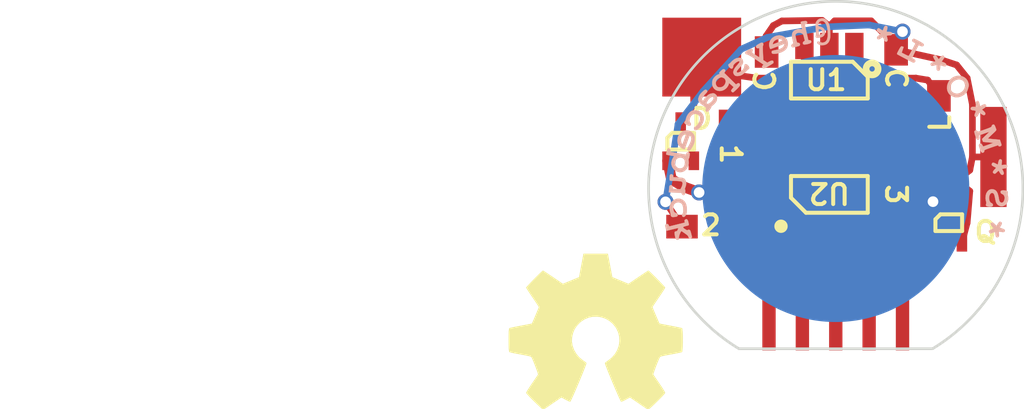
<source format=kicad_pcb>
(kicad_pcb (version 20171130) (host pcbnew "(5.0.1)-3")

  (general
    (thickness 0.508)
    (drawings 6)
    (tracks 117)
    (zones 0)
    (modules 17)
    (nets 10)
  )

  (page USLetter)
  (layers
    (0 F.Cu signal)
    (31 B.Cu signal)
    (36 B.SilkS user)
    (37 F.SilkS user)
    (38 B.Mask user hide)
    (39 F.Mask user hide)
    (40 Dwgs.User user)
    (41 Cmts.User user)
    (44 Edge.Cuts user)
    (45 Margin user)
    (46 B.CrtYd user hide)
    (47 F.CrtYd user hide)
  )

  (setup
    (last_trace_width 0.254)
    (trace_clearance 0.2032)
    (zone_clearance 0.3556)
    (zone_45_only no)
    (trace_min 0.2)
    (segment_width 0.1016)
    (edge_width 0.1016)
    (via_size 0.6096)
    (via_drill 0.4064)
    (via_min_size 0.4)
    (via_min_drill 0.3)
    (uvia_size 0.3048)
    (uvia_drill 0.1016)
    (uvias_allowed no)
    (uvia_min_size 0.2)
    (uvia_min_drill 0.1)
    (pcb_text_width 0.3)
    (pcb_text_size 1.5 1.5)
    (mod_edge_width 0.15)
    (mod_text_size 1 1)
    (mod_text_width 0.15)
    (pad_size 3.302 0.508)
    (pad_drill 0)
    (pad_to_mask_clearance 0.0508)
    (solder_mask_min_width 0.25)
    (aux_axis_origin 0 0)
    (visible_elements 7FEFFB7F)
    (pcbplotparams
      (layerselection 0x010f0_ffffffff)
      (usegerberextensions false)
      (usegerberattributes false)
      (usegerberadvancedattributes false)
      (creategerberjobfile false)
      (excludeedgelayer true)
      (linewidth 0.304800)
      (plotframeref false)
      (viasonmask false)
      (mode 1)
      (useauxorigin false)
      (hpglpennumber 1)
      (hpglpenspeed 20)
      (hpglpendiameter 15.000000)
      (psnegative false)
      (psa4output false)
      (plotreference true)
      (plotvalue true)
      (plotinvisibletext false)
      (padsonsilk false)
      (subtractmaskfromsilk false)
      (outputformat 1)
      (mirror false)
      (drillshape 0)
      (scaleselection 1)
      (outputdirectory "../gerbs/"))
  )

  (net 0 "")
  (net 1 /Cathode)
  (net 2 /Anode)
  (net 3 /μC_Vcc)
  (net 4 "Net-(L1-Pad2)")
  (net 5 /Spring_Contact)
  (net 6 "Net-(R1-Pad2)")
  (net 7 "Net-(U2-Pad1)")
  (net 8 "Net-(U2-Pad6)")
  (net 9 "Net-(Q1-Pad1)")

  (net_class Default "This is the default net class."
    (clearance 0.2032)
    (trace_width 0.254)
    (via_dia 0.6096)
    (via_drill 0.4064)
    (uvia_dia 0.3048)
    (uvia_drill 0.1016)
    (add_net /Anode)
    (add_net /Cathode)
    (add_net /μC_Vcc)
    (add_net "Net-(L1-Pad2)")
    (add_net "Net-(Q1-Pad1)")
    (add_net "Net-(R1-Pad2)")
    (add_net "Net-(U2-Pad1)")
    (add_net "Net-(U2-Pad6)")
  )

  (net_class PWR ""
    (clearance 0.3048)
    (trace_width 0.4064)
    (via_dia 0.6096)
    (via_drill 0.4064)
    (uvia_dia 0.3048)
    (uvia_drill 0.1016)
    (add_net /Spring_Contact)
  )

  (net_class Thick ""
    (clearance 0.3048)
    (trace_width 0.8128)
    (via_dia 0.6096)
    (via_drill 0.4064)
    (uvia_dia 0.3048)
    (uvia_drill 0.1016)
  )

  (module SMOL_footprints:credits2-title (layer B.Cu) (tedit 5BE526AF) (tstamp 5BE5279D)
    (at 101.6 101.727 120)
    (fp_text reference G*** (at -14.859 10.795 120) (layer B.SilkS) hide
      (effects (font (size 1.524 1.524) (thickness 0.3)) (justify mirror))
    )
    (fp_text value credits2-title (at -14.224 8.509001 120) (layer B.SilkS) hide
      (effects (font (size 1.524 1.524) (thickness 0.3)) (justify mirror))
    )
    (fp_poly (pts (xy -4.105901 4.836698) (xy -4.105506 4.80696) (xy -4.111755 4.787015) (xy -4.131841 4.74143)
      (xy -4.156765 4.695846) (xy -4.15755 4.694587) (xy -4.186268 4.648865) (xy -4.102909 4.629659)
      (xy -4.033759 4.608005) (xy -3.991586 4.581335) (xy -3.976692 4.550022) (xy -3.989379 4.514438)
      (xy -3.999848 4.501632) (xy -4.02194 4.488998) (xy -4.058924 4.486781) (xy -4.114429 4.494192)
      (xy -4.206846 4.510728) (xy -4.199139 4.412952) (xy -4.196538 4.362791) (xy -4.197047 4.324205)
      (xy -4.20055 4.30533) (xy -4.200701 4.305151) (xy -4.226909 4.291465) (xy -4.263351 4.286152)
      (xy -4.294963 4.290667) (xy -4.302596 4.29528) (xy -4.313719 4.317229) (xy -4.324821 4.357842)
      (xy -4.332314 4.400456) (xy -4.340628 4.44597) (xy -4.350559 4.47749) (xy -4.35923 4.487822)
      (xy -4.379665 4.481028) (xy -4.415262 4.465244) (xy -4.438658 4.453796) (xy -4.497508 4.431475)
      (xy -4.542022 4.430364) (xy -4.570258 4.450025) (xy -4.580172 4.485949) (xy -4.577829 4.511972)
      (xy -4.564938 4.532717) (xy -4.53628 4.553337) (xy -4.486643 4.57898) (xy -4.485367 4.579597)
      (xy -4.446352 4.598782) (xy -4.419542 4.612681) (xy -4.412256 4.617089) (xy -4.41855 4.629045)
      (xy -4.438707 4.655855) (xy -4.461441 4.68348) (xy -4.501546 4.734489) (xy -4.521973 4.771636)
      (xy -4.524392 4.799538) (xy -4.511513 4.821709) (xy -4.485725 4.841299) (xy -4.457476 4.842585)
      (xy -4.42201 4.824207) (xy -4.374563 4.78479) (xy -4.370723 4.781256) (xy -4.332708 4.747183)
      (xy -4.309655 4.730445) (xy -4.296528 4.728441) (xy -4.288292 4.738574) (xy -4.28825 4.738665)
      (xy -4.248922 4.811882) (xy -4.214041 4.858863) (xy -4.181879 4.880925) (xy -4.150711 4.879386)
      (xy -4.125947 4.862622) (xy -4.105901 4.836698)) (layer B.SilkS) (width 0.01))
    (fp_poly (pts (xy -3.193817 5.628276) (xy -3.143749 5.557527) (xy -3.116197 5.502352) (xy -3.110973 5.461552)
      (xy -3.127878 5.433926) (xy -3.159754 5.419845) (xy -3.20011 5.419942) (xy -3.233339 5.441088)
      (xy -3.284719 5.471273) (xy -3.342988 5.47604) (xy -3.404304 5.456089) (xy -3.464823 5.412124)
      (xy -3.480797 5.395938) (xy -3.517506 5.343739) (xy -3.526865 5.296508) (xy -3.508802 5.254856)
      (xy -3.498329 5.243817) (xy -3.471517 5.224501) (xy -3.44141 5.217194) (xy -3.401548 5.222106)
      (xy -3.345476 5.239445) (xy -3.317531 5.249733) (xy -3.210581 5.286021) (xy -3.123074 5.305764)
      (xy -3.051481 5.308849) (xy -2.992278 5.295163) (xy -2.941943 5.26459) (xy -2.913293 5.236715)
      (xy -2.86973 5.169907) (xy -2.8539 5.098717) (xy -2.865792 5.024034) (xy -2.905395 4.946747)
      (xy -2.9165 4.931249) (xy -2.982899 4.863484) (xy -3.066563 4.809622) (xy -3.157596 4.775848)
      (xy -3.169338 4.773279) (xy -3.221701 4.757709) (xy -3.252853 4.734789) (xy -3.258444 4.726981)
      (xy -3.288683 4.695909) (xy -3.323008 4.692463) (xy -3.360862 4.716405) (xy -3.401699 4.76751)
      (xy -3.417833 4.793915) (xy -3.438196 4.833777) (xy -3.451191 4.867544) (xy -3.452956 4.875519)
      (xy -3.446633 4.910883) (xy -3.421863 4.933067) (xy -3.38631 4.939612) (xy -3.347648 4.928072)
      (xy -3.329733 4.914924) (xy -3.289837 4.895858) (xy -3.236218 4.894287) (xy -3.175763 4.908405)
      (xy -3.11537 4.936407) (xy -3.061926 4.97649) (xy -3.050643 4.987988) (xy -3.011054 5.042309)
      (xy -2.996615 5.090659) (xy -3.00784 5.131023) (xy -3.012702 5.137378) (xy -3.036086 5.159101)
      (xy -3.063371 5.17022) (xy -3.099598 5.17053) (xy -3.149806 5.159824) (xy -3.219038 5.137895)
      (xy -3.248029 5.127767) (xy -3.330717 5.10031) (xy -3.394192 5.084524) (xy -3.444737 5.07993)
      (xy -3.488626 5.086043) (xy -3.532135 5.102386) (xy -3.538557 5.105462) (xy -3.599731 5.148438)
      (xy -3.639016 5.203753) (xy -3.657555 5.267407) (xy -3.65649 5.335407) (xy -3.636963 5.403752)
      (xy -3.600117 5.468442) (xy -3.547094 5.525483) (xy -3.479038 5.570874) (xy -3.39709 5.600615)
      (xy -3.397063 5.600622) (xy -3.352463 5.616207) (xy -3.316091 5.637668) (xy -3.309031 5.644149)
      (xy -3.272992 5.669117) (xy -3.236543 5.666049) (xy -3.199144 5.634869) (xy -3.193817 5.628276)) (layer B.SilkS) (width 0.01))
    (fp_poly (pts (xy -2.050581 6.03026) (xy -2.051705 5.999619) (xy -2.075256 5.962724) (xy -2.119322 5.918777)
      (xy -2.188425 5.856743) (xy -2.155072 5.836264) (xy -2.090573 5.794832) (xy -2.049158 5.762484)
      (xy -2.028627 5.73573) (xy -2.026774 5.711087) (xy -2.041404 5.685063) (xy -2.051946 5.672866)
      (xy -2.074178 5.65576) (xy -2.100193 5.653161) (xy -2.135394 5.6663) (xy -2.18519 5.696403)
      (xy -2.20037 5.706602) (xy -2.233365 5.727688) (xy -2.255108 5.73904) (xy -2.25939 5.739654)
      (xy -2.26515 5.724792) (xy -2.275751 5.691075) (xy -2.284774 5.660193) (xy -2.305511 5.599776)
      (xy -2.327573 5.563592) (xy -2.353756 5.54768) (xy -2.365219 5.546129) (xy -2.397377 5.555835)
      (xy -2.423395 5.580568) (xy -2.432393 5.609188) (xy -2.427967 5.635672) (xy -2.418979 5.677045)
      (xy -2.413963 5.697901) (xy -2.405559 5.737639) (xy -2.40264 5.764411) (xy -2.403812 5.770229)
      (xy -2.42027 5.772783) (xy -2.45605 5.773202) (xy -2.488996 5.772066) (xy -2.552427 5.775656)
      (xy -2.595789 5.792834) (xy -2.616782 5.822028) (xy -2.614506 5.857723) (xy -2.594586 5.886079)
      (xy -2.555162 5.903946) (xy -2.493132 5.912412) (xy -2.456029 5.913453) (xy -2.405574 5.913691)
      (xy -2.436 6.000684) (xy -2.451662 6.048814) (xy -2.456668 6.079418) (xy -2.4508 6.101218)
      (xy -2.43384 6.122929) (xy -2.432882 6.123967) (xy -2.408161 6.146829) (xy -2.388427 6.148828)
      (xy -2.363455 6.133004) (xy -2.334565 6.100767) (xy -2.309411 6.055621) (xy -2.305473 6.045757)
      (xy -2.290181 6.007676) (xy -2.277486 5.981876) (xy -2.274021 5.977116) (xy -2.259217 5.980803)
      (xy -2.230564 5.999271) (xy -2.203267 6.020998) (xy -2.154941 6.058213) (xy -2.118936 6.074667)
      (xy -2.090126 6.071803) (xy -2.070615 6.058269) (xy -2.050581 6.03026)) (layer B.SilkS) (width 0.01))
    (fp_poly (pts (xy -0.776659 6.467743) (xy -0.773266 6.442108) (xy -0.784949 6.404058) (xy -0.801897 6.386858)
      (xy -0.811849 6.377085) (xy -0.817874 6.362608) (xy -0.819697 6.339533) (xy -0.817049 6.303965)
      (xy -0.809659 6.252014) (xy -0.797256 6.17979) (xy -0.78148 6.093689) (xy -0.763726 5.999687)
      (xy -0.749633 5.92999) (xy -0.738151 5.881068) (xy -0.728235 5.849381) (xy -0.71884 5.831396)
      (xy -0.708914 5.823576) (xy -0.701046 5.822258) (xy -0.661557 5.811174) (xy -0.636684 5.784285)
      (xy -0.630582 5.749698) (xy -0.646762 5.716199) (xy -0.669017 5.704302) (xy -0.711371 5.690477)
      (xy -0.765919 5.676454) (xy -0.824762 5.663963) (xy -0.879995 5.654733) (xy -0.923715 5.650495)
      (xy -0.942923 5.651365) (xy -0.978382 5.667817) (xy -0.992917 5.695292) (xy -0.987849 5.727412)
      (xy -0.96449 5.757793) (xy -0.924159 5.780058) (xy -0.915869 5.782533) (xy -0.864208 5.796292)
      (xy -0.901338 5.998645) (xy -0.914787 6.070039) (xy -0.926818 6.130358) (xy -0.936407 6.174728)
      (xy -0.942525 6.198276) (xy -0.943843 6.200788) (xy -0.948886 6.187792) (xy -0.958912 6.152351)
      (xy -0.972578 6.099536) (xy -0.988529 6.034424) (xy -0.9923 6.018584) (xy -1.008903 5.950456)
      (xy -1.023912 5.892577) (xy -1.03586 5.850344) (xy -1.043278 5.829154) (xy -1.044099 5.827906)
      (xy -1.062709 5.820375) (xy -1.09722 5.813076) (xy -1.104173 5.812036) (xy -1.155529 5.804851)
      (xy -1.258589 5.951043) (xy -1.298489 6.007907) (xy -1.3327 6.057158) (xy -1.357775 6.093794)
      (xy -1.370267 6.112828) (xy -1.37065 6.113492) (xy -1.37817 6.124585) (xy -1.381605 6.121845)
      (xy -1.380643 6.102482) (xy -1.374967 6.063715) (xy -1.364268 6.002749) (xy -1.348949 5.92061)
      (xy -1.310891 5.719422) (xy -1.249057 5.720886) (xy -1.195901 5.716683) (xy -1.166215 5.699585)
      (xy -1.157391 5.667536) (xy -1.159162 5.649808) (xy -1.166969 5.625218) (xy -1.183885 5.606608)
      (xy -1.214352 5.592063) (xy -1.262813 5.579672) (xy -1.333704 5.567526) (xy -1.358903 5.563803)
      (xy -1.430505 5.557097) (xy -1.478305 5.56197) (xy -1.504667 5.579365) (xy -1.511941 5.610231)
      (xy -1.510406 5.624472) (xy -1.498812 5.658875) (xy -1.474682 5.675943) (xy -1.473466 5.676372)
      (xy -1.46351 5.682321) (xy -1.457575 5.694412) (xy -1.45593 5.716356) (xy -1.458841 5.751858)
      (xy -1.46658 5.804627) (xy -1.479414 5.87837) (xy -1.493714 5.955946) (xy -1.509709 6.039695)
      (xy -1.52455 6.113689) (xy -1.53729 6.173533) (xy -1.546992 6.214819) (xy -1.552713 6.233143)
      (xy -1.553019 6.233535) (xy -1.573317 6.238382) (xy -1.57809 6.237482) (xy -1.603699 6.242668)
      (xy -1.622594 6.267283) (xy -1.628472 6.302527) (xy -1.627995 6.307116) (xy -1.622035 6.337611)
      (xy -1.616436 6.352) (xy -1.600411 6.357838) (xy -1.564019 6.366861) (xy -1.514685 6.377252)
      (xy -1.50736 6.378676) (xy -1.404686 6.39843) (xy -1.277326 6.21673) (xy -1.233171 6.154294)
      (xy -1.194384 6.100499) (xy -1.163954 6.059408) (xy -1.144871 6.035088) (xy -1.140164 6.030261)
      (xy -1.133588 6.041382) (xy -1.122447 6.075191) (xy -1.108175 6.126785) (xy -1.092206 6.19125)
      (xy -1.088352 6.207772) (xy -1.067644 6.298616) (xy -1.052003 6.3659) (xy -1.039332 6.413382)
      (xy -1.027543 6.444818) (xy -1.014537 6.463962) (xy -0.998222 6.474572) (xy -0.976504 6.480407)
      (xy -0.947289 6.485217) (xy -0.932226 6.487848) (xy -0.863596 6.498544) (xy -0.817643 6.49958)
      (xy -0.790091 6.489723) (xy -0.776659 6.467743)) (layer B.SilkS) (width 0.01))
    (fp_poly (pts (xy 0.30367 6.384329) (xy 0.301802 6.356819) (xy 0.296353 6.334748) (xy 0.284776 6.319134)
      (xy 0.260683 6.305106) (xy 0.217681 6.287785) (xy 0.205174 6.283098) (xy 0.11528 6.249549)
      (xy 0.138096 6.216945) (xy 0.176928 6.159474) (xy 0.19993 6.118772) (xy 0.208836 6.089496)
      (xy 0.205384 6.066301) (xy 0.19343 6.046587) (xy 0.163404 6.021877) (xy 0.130288 6.023895)
      (xy 0.092941 6.052972) (xy 0.068584 6.082781) (xy 0.035399 6.126993) (xy 0.012713 6.149291)
      (xy -0.006068 6.150241) (xy -0.027534 6.130403) (xy -0.055943 6.093456) (xy -0.088678 6.05243)
      (xy -0.112771 6.030147) (xy -0.134483 6.021387) (xy -0.143435 6.020514) (xy -0.182225 6.027025)
      (xy -0.203412 6.05353) (xy -0.208659 6.072776) (xy -0.202401 6.107571) (xy -0.173423 6.157157)
      (xy -0.165489 6.168023) (xy -0.139551 6.205512) (xy -0.123267 6.234702) (xy -0.12013 6.246565)
      (xy -0.134778 6.258009) (xy -0.167457 6.271525) (xy -0.184733 6.276876) (xy -0.244575 6.300401)
      (xy -0.283915 6.330177) (xy -0.299813 6.363376) (xy -0.296622 6.384387) (xy -0.27514 6.414669)
      (xy -0.240498 6.426442) (xy -0.189092 6.420285) (xy -0.1484 6.40812) (xy -0.068292 6.380705)
      (xy -0.066177 6.467632) (xy -0.058478 6.534789) (xy -0.040292 6.580028) (xy -0.01332 6.60175)
      (xy 0.020737 6.598363) (xy 0.050857 6.577508) (xy 0.060603 6.555487) (xy 0.068067 6.514758)
      (xy 0.071234 6.472598) (xy 0.073882 6.384077) (xy 0.139926 6.404294) (xy 0.21249 6.422671)
      (xy 0.262754 6.425823) (xy 0.292542 6.41322) (xy 0.30367 6.384329)) (layer B.SilkS) (width 0.01))
    (fp_poly (pts (xy 1.471028 6.28362) (xy 1.516274 6.194818) (xy 1.541177 6.096786) (xy 1.54231 5.999185)
      (xy 1.522289 5.905194) (xy 1.48372 5.817992) (xy 1.429217 5.740765) (xy 1.361393 5.676684)
      (xy 1.282857 5.628936) (xy 1.196222 5.600697) (xy 1.104097 5.595151) (xy 1.033984 5.607508)
      (xy 0.975993 5.632802) (xy 0.913991 5.673763) (xy 0.859034 5.722168) (xy 0.827264 5.761202)
      (xy 0.779551 5.861426) (xy 0.75757 5.970858) (xy 0.76178 6.086107) (xy 0.774705 6.148076)
      (xy 0.787766 6.189797) (xy 0.804727 6.224778) (xy 0.830715 6.261207) (xy 0.868893 6.305029)
      (xy 0.962787 6.218232) (xy 0.918049 6.143079) (xy 0.894463 6.05782) (xy 0.89388 5.968505)
      (xy 0.910931 5.898979) (xy 0.945834 5.836593) (xy 0.997557 5.782902) (xy 1.058216 5.744644)
      (xy 1.109277 5.729489) (xy 1.180881 5.733733) (xy 1.25038 5.76179) (xy 1.312433 5.809429)
      (xy 1.361698 5.872403) (xy 1.392826 5.946481) (xy 1.39515 5.956184) (xy 1.404509 6.047478)
      (xy 1.393002 6.13002) (xy 1.363646 6.201178) (xy 1.319467 6.258313) (xy 1.263486 6.298794)
      (xy 1.198722 6.319985) (xy 1.128203 6.319252) (xy 1.054949 6.293964) (xy 1.026819 6.277228)
      (xy 0.962787 6.218232) (xy 0.868893 6.305029) (xy 0.870853 6.307277) (xy 0.881656 6.319046)
      (xy 0.925902 6.365598) (xy 0.959775 6.396177) (xy 0.991093 6.416415) (xy 1.027678 6.431936)
      (xy 1.048356 6.43902) (xy 1.14619 6.457671) (xy 1.240605 6.449772) (xy 1.32837 6.417006)
      (xy 1.406254 6.361062) (xy 1.471028 6.28362)) (layer B.SilkS) (width 0.01))
    (fp_poly (pts (xy 2.461999 6.102628) (xy 2.459912 6.069783) (xy 2.445878 6.019279) (xy 2.439745 6.000701)
      (xy 2.41061 5.914068) (xy 2.504681 5.904546) (xy 2.553775 5.898503) (xy 2.591048 5.891927)
      (xy 2.608081 5.8864) (xy 2.616356 5.864718) (xy 2.618681 5.830335) (xy 2.614894 5.798193)
      (xy 2.60914 5.785637) (xy 2.590159 5.779429) (xy 2.551349 5.775004) (xy 2.501108 5.773317)
      (xy 2.501049 5.773316) (xy 2.40436 5.773328) (xy 2.421406 5.681959) (xy 2.429154 5.61512)
      (xy 2.422465 5.571347) (xy 2.400604 5.54902) (xy 2.362837 5.546514) (xy 2.360293 5.546918)
      (xy 2.33705 5.552128) (xy 2.321921 5.562483) (xy 2.31039 5.584555) (xy 2.297931 5.624918)
      (xy 2.292119 5.64604) (xy 2.267026 5.73794) (xy 2.195172 5.696752) (xy 2.151818 5.673671)
      (xy 2.115359 5.657335) (xy 2.098868 5.652319) (xy 2.065879 5.660282) (xy 2.039187 5.68615)
      (xy 2.029137 5.719883) (xy 2.029144 5.720032) (xy 2.034868 5.739681) (xy 2.053328 5.760955)
      (xy 2.089771 5.789515) (xy 2.100845 5.797426) (xy 2.138391 5.825334) (xy 2.164881 5.847596)
      (xy 2.173684 5.857838) (xy 2.165208 5.871981) (xy 2.140534 5.897899) (xy 2.111203 5.92454)
      (xy 2.067365 5.96796) (xy 2.048411 6.003141) (xy 2.053429 6.033333) (xy 2.074293 6.056233)
      (xy 2.110791 6.068658) (xy 2.157178 6.057043) (xy 2.210268 6.022379) (xy 2.224918 6.009584)
      (xy 2.25456 5.984028) (xy 2.274487 5.969984) (xy 2.278739 5.969006) (xy 2.286039 5.983628)
      (xy 2.300421 6.016614) (xy 2.314724 6.050982) (xy 2.344304 6.110032) (xy 2.374507 6.142178)
      (xy 2.406985 6.14873) (xy 2.428239 6.140932) (xy 2.451617 6.12421) (xy 2.461999 6.102628)) (layer B.SilkS) (width 0.01))
    (fp_poly (pts (xy 3.566401 5.46656) (xy 3.562717 5.428638) (xy 3.549253 5.409055) (xy 3.521127 5.390611)
      (xy 3.486288 5.392917) (xy 3.439639 5.416544) (xy 3.430773 5.422317) (xy 3.397997 5.440163)
      (xy 3.374871 5.445551) (xy 3.370471 5.443569) (xy 3.356389 5.423956) (xy 3.331561 5.386287)
      (xy 3.298835 5.335175) (xy 3.261075 5.275238) (xy 3.221133 5.211087) (xy 3.181865 5.147336)
      (xy 3.14613 5.088599) (xy 3.116782 5.03949) (xy 3.096677 5.004624) (xy 3.088673 4.988616)
      (xy 3.088641 4.988304) (xy 3.100003 4.975942) (xy 3.130267 4.952439) (xy 3.174359 4.921564)
      (xy 3.210364 4.897825) (xy 3.331604 4.81973) (xy 3.406533 4.90613) (xy 3.481468 4.992528)
      (xy 3.518085 4.964693) (xy 3.536425 4.948007) (xy 3.545106 4.929648) (xy 3.542924 4.905242)
      (xy 3.528671 4.870413) (xy 3.501146 4.820785) (xy 3.459778 4.753011) (xy 3.42598 4.699428)
      (xy 3.403004 4.66599) (xy 3.387209 4.648589) (xy 3.374963 4.643115) (xy 3.364102 4.644943)
      (xy 3.3468 4.654236) (xy 3.309957 4.67622) (xy 3.257757 4.708254) (xy 3.194367 4.747688)
      (xy 3.123966 4.791882) (xy 3.050735 4.838193) (xy 2.97884 4.883975) (xy 2.912462 4.926586)
      (xy 2.855775 4.963384) (xy 2.812954 4.991721) (xy 2.788176 5.008958) (xy 2.784518 5.011898)
      (xy 2.774143 5.033952) (xy 2.771075 5.054538) (xy 2.779056 5.095597) (xy 2.8045 5.116904)
      (xy 2.843707 5.1174) (xy 2.892973 5.096017) (xy 2.899991 5.091533) (xy 2.933189 5.074675)
      (xy 2.95878 5.070398) (xy 2.961865 5.071384) (xy 2.97347 5.084818) (xy 2.997093 5.117516)
      (xy 3.029694 5.164853) (xy 3.068235 5.222199) (xy 3.109679 5.284935) (xy 3.150986 5.34843)
      (xy 3.189118 5.408061) (xy 3.221038 5.459202) (xy 3.243701 5.497224) (xy 3.252698 5.514132)
      (xy 3.2474 5.531334) (xy 3.217438 5.555782) (xy 3.207084 5.562485) (xy 3.166747 5.596855)
      (xy 3.145044 5.633862) (xy 3.142116 5.667984) (xy 3.15811 5.693693) (xy 3.193172 5.705465)
      (xy 3.203335 5.705638) (xy 3.226405 5.697958) (xy 3.267005 5.677964) (xy 3.319259 5.64916)
      (xy 3.377302 5.615041) (xy 3.435267 5.579117) (xy 3.487287 5.544883) (xy 3.527496 5.515846)
      (xy 3.542769 5.503063) (xy 3.566401 5.46656)) (layer B.SilkS) (width 0.01))
    (fp_poly (pts (xy 4.526899 4.793662) (xy 4.524792 4.759282) (xy 4.500552 4.716034) (xy 4.461498 4.669531)
      (xy 4.433944 4.637763) (xy 4.424525 4.619441) (xy 4.430877 4.608603) (xy 4.436073 4.605626)
      (xy 4.498442 4.574056) (xy 4.539907 4.551806) (xy 4.564917 4.535775) (xy 4.577925 4.52285)
      (xy 4.583382 4.509927) (xy 4.584759 4.501823) (xy 4.576216 4.467214) (xy 4.556393 4.443524)
      (xy 4.536105 4.42887) (xy 4.514919 4.425502) (xy 4.484471 4.43405) (xy 4.443119 4.452049)
      (xy 4.400266 4.471447) (xy 4.368847 4.485132) (xy 4.356512 4.489868) (xy 4.351631 4.477432)
      (xy 4.344212 4.444209) (xy 4.335851 4.397352) (xy 4.33573 4.396609) (xy 4.326208 4.345069)
      (xy 4.316158 4.314334) (xy 4.302184 4.29712) (xy 4.285054 4.28783) (xy 4.246702 4.28271)
      (xy 4.218588 4.301332) (xy 4.202195 4.340582) (xy 4.199005 4.397354) (xy 4.206669 4.45194)
      (xy 4.211122 4.484407) (xy 4.20909 4.502529) (xy 4.208785 4.50286) (xy 4.192195 4.503885)
      (xy 4.156258 4.499855) (xy 4.115563 4.492897) (xy 4.050222 4.486504) (xy 4.007032 4.497146)
      (xy 3.985479 4.525013) (xy 3.982723 4.54263) (xy 3.99461 4.578861) (xy 4.033076 4.606811)
      (xy 4.093786 4.625339) (xy 4.136058 4.635279) (xy 4.16593 4.645027) (xy 4.173758 4.649453)
      (xy 4.172254 4.66601) (xy 4.158943 4.698727) (xy 4.141976 4.731035) (xy 4.114954 4.790093)
      (xy 4.11063 4.834267) (xy 4.12899 4.865461) (xy 4.141028 4.87381) (xy 4.175799 4.878829)
      (xy 4.2129 4.857825) (xy 4.249698 4.812573) (xy 4.261202 4.79285) (xy 4.282199 4.755544)
      (xy 4.29831 4.729538) (xy 4.303121 4.723291) (xy 4.316437 4.72838) (xy 4.341929 4.74975)
      (xy 4.364984 4.773118) (xy 4.411839 4.81827) (xy 4.449162 4.84005) (xy 4.480993 4.839856)
      (xy 4.507863 4.822439) (xy 4.526899 4.793662)) (layer B.SilkS) (width 0.01))
  )

  (module SMOL_footprints:Anchor_Pad (layer F.Cu) (tedit 5BDCD55E) (tstamp 5B36A478)
    (at 96.5 96.6)
    (descr "Mesurement Point, Round, SMD Pad, DM 3mm,")
    (tags "Mesurement Point Round SMD Pad 3mm")
    (path /5B2BF76C)
    (attr virtual)
    (fp_text reference TP1 (at -3.937 2.286) (layer F.SilkS) hide
      (effects (font (size 1.016 1.016) (thickness 0.1524)))
    )
    (fp_text value TEST (at -3.683 3.556) (layer F.Fab) hide
      (effects (font (size 1.016 1.016) (thickness 0.1524)))
    )
    (fp_line (start -1.75 1.75) (end 1.75 1.75) (layer F.CrtYd) (width 0.02))
    (fp_line (start -1.75 -1.75) (end -1.75 1.75) (layer F.CrtYd) (width 0.02))
    (fp_line (start 1.75 -1.75) (end 1.75 1.75) (layer F.CrtYd) (width 0.02))
    (fp_line (start -1.75 -1.75) (end 1.75 -1.75) (layer F.CrtYd) (width 0.02))
    (pad 1 smd rect (at 0 0) (size 3 3) (layers F.Cu F.Mask)
      (net 1 /Cathode))
  )

  (module SMOL_footprints:SuperSOT-6 (layer F.Cu) (tedit 5BDC9326) (tstamp 5BC7C0E6)
    (at 101.357 97.476 270)
    (descr "6-pin SuperSOT package http://www.mouser.com/ds/2/149/FMB5551-889214.pdf")
    (tags "SuperSOT-6 SSOT-6")
    (path /5B2BFF7F)
    (attr smd)
    (fp_text reference U1 (at 0 0.127) (layer F.SilkS)
      (effects (font (size 0.762 0.762) (thickness 0.1524)))
    )
    (fp_text value TLV61220 (at -17.272 1.651 270) (layer F.Fab) hide
      (effects (font (size 1 1) (thickness 0.15)))
    )
    (fp_line (start 0.6985 -1.4605) (end -0.127 -1.4605) (layer F.SilkS) (width 0.1524))
    (fp_line (start -0.127 -1.4605) (end -0.6985 -0.889) (layer F.SilkS) (width 0.1524))
    (fp_line (start -0.6985 -0.889) (end -0.6985 1.4605) (layer F.SilkS) (width 0.1524))
    (fp_line (start -0.6985 1.4605) (end 0.6985 1.4605) (layer F.SilkS) (width 0.1524))
    (fp_line (start 0.6985 1.4605) (end 0.6985 -1.4605) (layer F.SilkS) (width 0.1524))
    (fp_line (start -2.05 -1.7) (end 2.05 -1.7) (layer F.CrtYd) (width 0.05))
    (fp_line (start -2.05 -1.7) (end -2.05 1.7) (layer F.CrtYd) (width 0.05))
    (fp_line (start 2.05 1.7) (end 2.05 -1.7) (layer F.CrtYd) (width 0.05))
    (fp_line (start 2.05 1.7) (end -2.05 1.7) (layer F.CrtYd) (width 0.05))
    (pad 1 smd rect (at -1.3 -0.95 270) (size 1 0.7) (layers F.Cu F.Mask)
      (net 4 "Net-(L1-Pad2)"))
    (pad 2 smd rect (at -1.3 0 270) (size 1 0.7) (layers F.Cu F.Mask)
      (net 2 /Anode))
    (pad 3 smd rect (at -1.3 0.95 270) (size 1 0.7) (layers F.Cu F.Mask)
      (net 1 /Cathode))
    (pad 4 smd rect (at 1.3 0.95 270) (size 1 0.7) (layers F.Cu F.Mask)
      (net 6 "Net-(R1-Pad2)"))
    (pad 6 smd rect (at 1.3 -0.95 270) (size 1 0.7) (layers F.Cu F.Mask)
      (net 1 /Cathode))
    (pad 5 smd rect (at 1.3 0 270) (size 1 0.7) (layers F.Cu F.Mask)
      (net 3 /μC_Vcc))
    (model ${KISYS3DMOD}/TO_SOT_Packages_SMD.3dshapes/SuperSOT-6.wrl
      (at (xyz 0 0 0))
      (scale (xyz 1 1 1))
      (rotate (xyz 0 0 0))
    )
  )

  (module SMOL_footprints:SuperSOT-6 (layer F.Cu) (tedit 5BDC9303) (tstamp 5BC7C0AD)
    (at 101.357 101.824 90)
    (descr "6-pin SuperSOT package http://www.mouser.com/ds/2/149/FMB5551-889214.pdf")
    (tags "SuperSOT-6 SSOT-6")
    (path /5B396FDE)
    (attr smd)
    (fp_text reference U2 (at 0.0508 0 180 unlocked) (layer F.SilkS)
      (effects (font (size 0.762 0.762) (thickness 0.1524)))
    )
    (fp_text value ATTINY10-TS (at 0 2.5 90) (layer F.Fab) hide
      (effects (font (size 1 1) (thickness 0.15)))
    )
    (fp_line (start 2.05 1.7) (end -2.05 1.7) (layer F.CrtYd) (width 0.05))
    (fp_line (start 2.05 1.7) (end 2.05 -1.7) (layer F.CrtYd) (width 0.05))
    (fp_line (start -2.05 -1.7) (end -2.05 1.7) (layer F.CrtYd) (width 0.05))
    (fp_line (start -2.05 -1.7) (end 2.05 -1.7) (layer F.CrtYd) (width 0.05))
    (fp_line (start 0.6985 1.4605) (end 0.6985 -1.4605) (layer F.SilkS) (width 0.1524))
    (fp_line (start -0.6985 1.4605) (end 0.6985 1.4605) (layer F.SilkS) (width 0.1524))
    (fp_line (start -0.6985 -0.889) (end -0.6985 1.4605) (layer F.SilkS) (width 0.1524))
    (fp_line (start -0.127 -1.4605) (end -0.6985 -0.889) (layer F.SilkS) (width 0.1524))
    (fp_line (start 0.6985 -1.4605) (end -0.127 -1.4605) (layer F.SilkS) (width 0.1524))
    (pad 5 smd rect (at 1.3 0 90) (size 1 0.7) (layers F.Cu F.Mask)
      (net 3 /μC_Vcc))
    (pad 6 smd rect (at 1.3 -0.95 90) (size 1 0.7) (layers F.Cu F.Mask)
      (net 8 "Net-(U2-Pad6)"))
    (pad 4 smd rect (at 1.3 0.95 90) (size 1 0.7) (layers F.Cu F.Mask))
    (pad 3 smd rect (at -1.3 0.95 90) (size 1 0.7) (layers F.Cu F.Mask)
      (net 9 "Net-(Q1-Pad1)"))
    (pad 2 smd rect (at -1.3 0 90) (size 1 0.7) (layers F.Cu F.Mask)
      (net 2 /Anode))
    (pad 1 smd rect (at -1.3 -0.95 90) (size 1 0.7) (layers F.Cu F.Mask)
      (net 7 "Net-(U2-Pad1)"))
    (model ${KISYS3DMOD}/TO_SOT_Packages_SMD.3dshapes/SuperSOT-6.wrl
      (at (xyz 0 0 0))
      (scale (xyz 1 1 1))
      (rotate (xyz 0 0 0))
    )
  )

  (module SMOL_footprints:0603_HandSoldering (layer F.Cu) (tedit 5BDB966E) (tstamp 5BC7C117)
    (at 103.897 101.824 270)
    (descr "Resistor SMD 0603, hand soldering")
    (tags "resistor 0603")
    (path /5B2C0101)
    (attr smd)
    (fp_text reference 3 (at 0 0 270 unlocked) (layer F.SilkS)
      (effects (font (size 0.762 0.762) (thickness 0.1524)))
    )
    (fp_text value 20kΩ (at -0.254 0 270) (layer F.SilkS) hide
      (effects (font (size 1.016 1.016) (thickness 0.1524)))
    )
    (fp_line (start -1.96 -0.7) (end 1.95 -0.7) (layer F.CrtYd) (width 0.05))
    (fp_line (start -1.96 -0.7) (end -1.96 0.7) (layer F.CrtYd) (width 0.05))
    (fp_line (start 1.95 0.7) (end 1.95 -0.7) (layer F.CrtYd) (width 0.05))
    (fp_line (start 1.95 0.7) (end -1.96 0.7) (layer F.CrtYd) (width 0.05))
    (pad 1 smd rect (at -1.1 0 270) (size 1.2 0.9) (layers F.Cu F.Mask)
      (net 2 /Anode))
    (pad 2 smd rect (at 1.1 0 270) (size 1.2 0.9) (layers F.Cu F.Mask)
      (net 9 "Net-(Q1-Pad1)"))
    (model ${KISYS3DMOD}/Resistors_SMD.3dshapes/R_0603.wrl
      (at (xyz 0 0 0))
      (scale (xyz 1 1 1))
      (rotate (xyz 0 0 0))
    )
  )

  (module SMOL_footprints:0603_HandSoldering (layer F.Cu) (tedit 5BD896E6) (tstamp 5BC7C17A)
    (at 105.525 99.175 90)
    (descr "Resistor SMD 0603, hand soldering")
    (tags "resistor 0603")
    (path /5B2BE76A)
    (attr smd)
    (fp_text reference L (at 0.0508 0.0508 -90) (layer F.SilkS)
      (effects (font (size 0.762 0.762) (thickness 0.1524)))
    )
    (fp_text value 4.7μH (at 0 0.127 90) (layer F.SilkS) hide
      (effects (font (size 1.016 1.016) (thickness 0.1524)))
    )
    (fp_line (start -1.96 -0.7) (end 1.95 -0.7) (layer F.CrtYd) (width 0.05))
    (fp_line (start -1.96 -0.7) (end -1.96 0.7) (layer F.CrtYd) (width 0.05))
    (fp_line (start 1.95 0.7) (end 1.95 -0.7) (layer F.CrtYd) (width 0.05))
    (fp_line (start 1.95 0.7) (end -1.96 0.7) (layer F.CrtYd) (width 0.05))
    (pad 1 smd rect (at -1.1 0 90) (size 1.2 0.9) (layers F.Cu F.Mask)
      (net 1 /Cathode))
    (pad 2 smd rect (at 1.1 0 90) (size 1.2 0.9) (layers F.Cu F.Mask)
      (net 4 "Net-(L1-Pad2)"))
    (model ${KISYS3DMOD}/Resistors_SMD.3dshapes/R_0603.wrl
      (at (xyz 0 0 0))
      (scale (xyz 1 1 1))
      (rotate (xyz 0 0 0))
    )
  )

  (module SMOL_footprints:0603_HandSoldering (layer F.Cu) (tedit 5BDB9661) (tstamp 5BC7C1BC)
    (at 103.897 97.422 90)
    (descr "Resistor SMD 0603, hand soldering")
    (tags "resistor 0603")
    (path /5B2BEA9B)
    (attr smd)
    (fp_text reference C (at 0.0176 0 270 unlocked) (layer F.SilkS)
      (effects (font (size 0.762 0.762) (thickness 0.1524)))
    )
    (fp_text value 10μF (at 0.127 0 90) (layer F.SilkS) hide
      (effects (font (size 1.016 1.016) (thickness 0.1524)))
    )
    (fp_line (start -1.96 -0.7) (end 1.95 -0.7) (layer F.CrtYd) (width 0.05))
    (fp_line (start -1.96 -0.7) (end -1.96 0.7) (layer F.CrtYd) (width 0.05))
    (fp_line (start 1.95 0.7) (end 1.95 -0.7) (layer F.CrtYd) (width 0.05))
    (fp_line (start 1.95 0.7) (end -1.96 0.7) (layer F.CrtYd) (width 0.05))
    (pad 1 smd rect (at -1.1 0 90) (size 1.2 0.9) (layers F.Cu F.Mask)
      (net 1 /Cathode))
    (pad 2 smd rect (at 1.1 0 90) (size 1.2 0.9) (layers F.Cu F.Mask)
      (net 2 /Anode))
    (model ${KISYS3DMOD}/Resistors_SMD.3dshapes/R_0603.wrl
      (at (xyz 0 0 0))
      (scale (xyz 1 1 1))
      (rotate (xyz 0 0 0))
    )
  )

  (module SMOL_footprints:0603_HandSoldering (layer F.Cu) (tedit 5BDC902C) (tstamp 5BC7C138)
    (at 96.85 103.05 180)
    (descr "Resistor SMD 0603, hand soldering")
    (tags "resistor 0603")
    (path /5B2C0040)
    (attr smd)
    (fp_text reference 2 (at 0 0.0508 180) (layer F.SilkS)
      (effects (font (size 0.762 0.762) (thickness 0.1524)))
    )
    (fp_text value 180kΩ (at 0.254 0 180) (layer F.SilkS) hide
      (effects (font (size 1.016 1.016) (thickness 0.1524)))
    )
    (fp_line (start 1.95 0.7) (end -1.96 0.7) (layer F.CrtYd) (width 0.05))
    (fp_line (start 1.95 0.7) (end 1.95 -0.7) (layer F.CrtYd) (width 0.05))
    (fp_line (start -1.96 -0.7) (end -1.96 0.7) (layer F.CrtYd) (width 0.05))
    (fp_line (start -1.96 -0.7) (end 1.95 -0.7) (layer F.CrtYd) (width 0.05))
    (pad 2 smd rect (at 1.1 0 180) (size 1.2 0.9) (layers F.Cu F.Mask)
      (net 2 /Anode))
    (pad 1 smd rect (at -1.1 0 180) (size 1.2 0.9) (layers F.Cu F.Mask)
      (net 6 "Net-(R1-Pad2)"))
    (model ${KISYS3DMOD}/Resistors_SMD.3dshapes/R_0603.wrl
      (at (xyz 0 0 0))
      (scale (xyz 1 1 1))
      (rotate (xyz 0 0 0))
    )
  )

  (module SMOL_footprints:0603_HandSoldering (layer F.Cu) (tedit 5BD8965B) (tstamp 5BC7C19B)
    (at 98.9694 97.506 90)
    (descr "Resistor SMD 0603, hand soldering")
    (tags "resistor 0603")
    (path /5B2BE384)
    (attr smd)
    (fp_text reference C (at 0 -0.0508 -90) (layer F.SilkS)
      (effects (font (size 0.762 0.762) (thickness 0.1524)))
    )
    (fp_text value 10μF (at -0.127 0 90) (layer F.SilkS) hide
      (effects (font (size 1.016 1.016) (thickness 0.1524)))
    )
    (fp_line (start -1.96 -0.7) (end 1.95 -0.7) (layer F.CrtYd) (width 0.05))
    (fp_line (start -1.96 -0.7) (end -1.96 0.7) (layer F.CrtYd) (width 0.05))
    (fp_line (start 1.95 0.7) (end 1.95 -0.7) (layer F.CrtYd) (width 0.05))
    (fp_line (start 1.95 0.7) (end -1.96 0.7) (layer F.CrtYd) (width 0.05))
    (pad 1 smd rect (at -1.1 0 90) (size 1.2 0.9) (layers F.Cu F.Mask)
      (net 3 /μC_Vcc))
    (pad 2 smd rect (at 1.1 0 90) (size 1.2 0.9) (layers F.Cu F.Mask)
      (net 2 /Anode))
    (model ${KISYS3DMOD}/Resistors_SMD.3dshapes/R_0603.wrl
      (at (xyz 0 0 0))
      (scale (xyz 1 1 1))
      (rotate (xyz 0 0 0))
    )
  )

  (module SMOL_footprints:0603_HandSoldering (layer F.Cu) (tedit 5BD89703) (tstamp 5BC7C159)
    (at 97.6 100.3 270)
    (descr "Resistor SMD 0603, hand soldering")
    (tags "resistor 0603")
    (path /5B2BFFFE)
    (attr smd)
    (fp_text reference 1 (at -0.010999 -0.00635 270 unlocked) (layer F.SilkS)
      (effects (font (size 0.762 0.762) (thickness 0.1524)))
    )
    (fp_text value 1MΩ (at 0.254 0 270) (layer F.SilkS) hide
      (effects (font (size 1.016 1.016) (thickness 0.1524)))
    )
    (fp_line (start -1.96 -0.7) (end 1.950001 -0.7) (layer F.CrtYd) (width 0.05))
    (fp_line (start -1.96 -0.7) (end -1.96 0.7) (layer F.CrtYd) (width 0.05))
    (fp_line (start 1.95 0.7) (end 1.950001 -0.7) (layer F.CrtYd) (width 0.05))
    (fp_line (start 1.95 0.7) (end -1.96 0.7) (layer F.CrtYd) (width 0.05))
    (pad 1 smd rect (at -1.099999 0 270) (size 1.2 0.9) (layers F.Cu F.Mask)
      (net 3 /μC_Vcc))
    (pad 2 smd rect (at 1.099999 0 270) (size 1.2 0.9) (layers F.Cu F.Mask)
      (net 6 "Net-(R1-Pad2)"))
    (model ${KISYS3DMOD}/Resistors_SMD.3dshapes/R_0603.wrl
      (at (xyz 0 0 0))
      (scale (xyz 1 1 1))
      (rotate (xyz 0 0 0))
    )
  )

  (module SMOL_footprints:SOT523_HandSoldering (layer F.Cu) (tedit 5BDC91A6) (tstamp 5B36A44E)
    (at 105.9 102.9)
    (descr "3-pin TSOT23 package, http://www.analog.com.tw/pdf/All_In_One.pdf")
    (tags TSOT-23)
    (path /5B2C022D)
    (attr smd)
    (fp_text reference Q (at 1.4 0.35 unlocked) (layer F.SilkS)
      (effects (font (size 0.762 0.762) (thickness 0.1524)))
    )
    (fp_text value Q_NMOS_GSD (at 16.256 3.937) (layer F.Fab) hide
      (effects (font (size 1 1) (thickness 0.15)))
    )
    (fp_line (start 1.016 -1.397) (end 1.016 1.397) (layer F.CrtYd) (width 0.0508))
    (fp_line (start 1.016 -1.397) (end -1.016 -1.397) (layer F.CrtYd) (width 0.0508))
    (fp_line (start -1.016 1.397) (end 1.016 1.397) (layer F.CrtYd) (width 0.0508))
    (fp_line (start -1.016 1.397) (end -1.016 -1.397) (layer F.CrtYd) (width 0.0508))
    (fp_line (start 0.508 -0.3175) (end 0.508 0.3175) (layer F.SilkS) (width 0.1524))
    (fp_line (start -0.3175 -0.3175) (end 0.508 -0.3175) (layer F.SilkS) (width 0.1524))
    (fp_line (start -0.508 -0.127) (end -0.3175 -0.3175) (layer F.SilkS) (width 0.1524))
    (fp_line (start -0.508 0.3175) (end -0.508 -0.127) (layer F.SilkS) (width 0.1524))
    (fp_line (start 0.508 0.3175) (end -0.508 0.3175) (layer F.SilkS) (width 0.1524))
    (pad 3 smd rect (at 0 -0.745) (size 0.4 0.71) (layers F.Cu F.Mask)
      (net 5 /Spring_Contact))
    (pad 2 smd rect (at 0.5 0.745) (size 0.4 0.71) (layers F.Cu F.Mask)
      (net 2 /Anode))
    (pad 1 smd rect (at -0.5 0.745) (size 0.4 0.71) (layers F.Cu F.Mask)
      (net 9 "Net-(Q1-Pad1)"))
    (model TO_SOT_Packages_SMD.3dshapes/SOT-23.wrl
      (at (xyz 0 0 0))
      (scale (xyz 0.5 0.5 0.5))
      (rotate (xyz 0 0 -90))
    )
  )

  (module SMOL_footprints:SPRING_ANCHOR (layer F.Cu) (tedit 5BD89256) (tstamp 5B36A47D)
    (at 107.6 100.4)
    (path /5B2BF7A7)
    (fp_text reference TP2 (at -17.272 -1.27) (layer F.SilkS) hide
      (effects (font (size 1 1) (thickness 0.15)))
    )
    (fp_text value TEST (at -20.32 0.254) (layer F.Fab) hide
      (effects (font (size 1 1) (thickness 0.15)))
    )
    (pad 1 smd rect (at 0 0) (size 1 3.81) (layers F.Cu F.Mask)
      (net 2 /Anode))
  )

  (module SMOL_footprints:SPRING_LANDING (layer B.Cu) (tedit 5BDC90B2) (tstamp 5B36A482)
    (at 93.037 97.622)
    (path /5B2BF84D)
    (fp_text reference TP3 (at -3.375 4.232) (layer B.SilkS) hide
      (effects (font (size 1 1) (thickness 0.15)) (justify mirror))
    )
    (fp_text value TEST (at -0.327 5.756) (layer B.Fab) hide
      (effects (font (size 1 1) (thickness 0.15)) (justify mirror))
    )
    (pad 1 smd circle (at 8.563 3.978) (size 10.16 10.16) (layers B.Cu B.Mask)
      (net 5 /Spring_Contact))
  )

  (module SMOL_footprints:SOT523_HandSoldering (layer F.Cu) (tedit 5BDC91C0) (tstamp 5BC7C07C)
    (at 95.7 99.8)
    (descr "3-pin TSOT23 package, http://www.analog.com.tw/pdf/All_In_One.pdf")
    (tags TSOT-23)
    (path /5B5FEE9D)
    (attr smd)
    (fp_text reference D (at 0.8 -0.85 unlocked) (layer F.SilkS)
      (effects (font (size 0.762 0.762) (thickness 0.1524)))
    )
    (fp_text value D_SOT523 (at 16.256 3.937) (layer F.Fab) hide
      (effects (font (size 1 1) (thickness 0.15)))
    )
    (fp_line (start 0.508 0.3175) (end -0.508 0.3175) (layer F.SilkS) (width 0.1524))
    (fp_line (start -0.508 0.3175) (end -0.508 -0.127) (layer F.SilkS) (width 0.1524))
    (fp_line (start -0.508 -0.127) (end -0.3175 -0.3175) (layer F.SilkS) (width 0.1524))
    (fp_line (start -0.3175 -0.3175) (end 0.508 -0.3175) (layer F.SilkS) (width 0.1524))
    (fp_line (start 0.508 -0.3175) (end 0.508 0.3175) (layer F.SilkS) (width 0.1524))
    (fp_line (start -1.016 1.397) (end -1.016 -1.397) (layer F.CrtYd) (width 0.0508))
    (fp_line (start -1.016 1.397) (end 1.016 1.397) (layer F.CrtYd) (width 0.0508))
    (fp_line (start 1.016 -1.397) (end -1.016 -1.397) (layer F.CrtYd) (width 0.0508))
    (fp_line (start 1.016 -1.397) (end 1.016 1.397) (layer F.CrtYd) (width 0.0508))
    (pad 1 smd rect (at -0.5 0.745) (size 0.4 0.71) (layers F.Cu F.Mask)
      (net 5 /Spring_Contact))
    (pad 2 smd rect (at 0.5 0.745) (size 0.4 0.71) (layers F.Cu F.Mask))
    (pad 3 smd rect (at 0 -0.745) (size 0.4 0.71) (layers F.Cu F.Mask)
      (net 1 /Cathode))
    (model TO_SOT_Packages_SMD.3dshapes/SOT-23.wrl
      (at (xyz 0 0 0))
      (scale (xyz 0.5 0.5 0.5))
      (rotate (xyz 0 0 -90))
    )
  )

  (module SMOL_footprints:edgeconn (layer F.Cu) (tedit 5BDC92D9) (tstamp 5BE2AB99)
    (at 99.06 106.4895 90)
    (descr "Through hole straight pin header, 1x06, 2.00mm pitch, single row")
    (tags "Through hole pin header THT 1x06 2.00mm single row")
    (path /5BDBD722)
    (fp_text reference J1 (at 0 -2.06 90) (layer F.SilkS) hide
      (effects (font (size 1 1) (thickness 0.15)))
    )
    (fp_text value Conn_01x05 (at 0.127 6.35 90) (layer F.Fab)
      (effects (font (size 1 1) (thickness 0.15)))
    )
    (fp_line (start -1.5 -0.611) (end -1.5 5.658) (layer F.CrtYd) (width 0.05))
    (fp_line (start -1.5 5.658) (end 1.5 5.658) (layer F.CrtYd) (width 0.05))
    (fp_line (start 1.5 5.658) (end 1.5 -0.611) (layer F.CrtYd) (width 0.05))
    (fp_line (start 1.5 -0.611) (end -1.5 -0.611) (layer F.CrtYd) (width 0.05))
    (fp_text user %R (at 0 -2.06 90) (layer F.Fab)
      (effects (font (size 1 1) (thickness 0.15)))
    )
    (pad 1 smd rect (at 0.381 0 90) (size 3.302 0.508) (layers F.Cu F.Paste F.Mask)
      (net 8 "Net-(U2-Pad6)"))
    (pad 2 smd rect (at 0.381 1.27 90) (size 3.302 0.508) (layers F.Cu F.Paste F.Mask)
      (net 3 /μC_Vcc))
    (pad 3 smd rect (at 0.381 2.54 90) (size 3.302 0.508) (layers F.Cu F.Paste F.Mask)
      (net 7 "Net-(U2-Pad1)"))
    (pad 4 smd rect (at 0.381 3.81 90) (size 3.302 0.508) (layers F.Cu F.Paste F.Mask)
      (net 2 /Anode))
    (pad 5 smd rect (at 0.381 5.08 90) (size 3.302 0.508) (layers F.Cu F.Paste F.Mask)
      (net 9 "Net-(Q1-Pad1)"))
  )

  (module SMOL_footprints:credits2-name (layer B.Cu) (tedit 5BE5250D) (tstamp 5BE5270A)
    (at 101.6 101.727 235)
    (fp_text reference G*** (at -14.859 10.795 235) (layer B.SilkS) hide
      (effects (font (size 1.524 1.524) (thickness 0.3)) (justify mirror))
    )
    (fp_text value credits2-name (at -14.224 8.509 235) (layer B.SilkS) hide
      (effects (font (size 1.524 1.524) (thickness 0.3)) (justify mirror))
    )
    (fp_poly (pts (xy 4.466775 3.584265) (xy 4.428644 3.629685) (xy 4.398058 3.669696) (xy 4.37983 3.697866)
      (xy 4.377083 3.704336) (xy 4.380423 3.738478) (xy 4.401341 3.769409) (xy 4.427456 3.783386)
      (xy 4.440289 3.795251) (xy 4.448216 3.828056) (xy 4.452048 3.882749) (xy 4.452536 3.936214)
      (xy 4.448005 3.970899) (xy 4.435801 3.986673) (xy 4.413251 3.983403) (xy 4.377693 3.96096)
      (xy 4.326463 3.919208) (xy 4.274814 3.873954) (xy 4.252634 3.857585) (xy 4.234673 3.859046)
      (xy 4.210082 3.879876) (xy 4.206196 3.883726) (xy 4.147853 3.947279) (xy 4.113738 3.998231)
      (xy 4.103487 4.037855) (xy 4.116733 4.06742) (xy 4.148043 4.08634) (xy 4.179638 4.093738)
      (xy 4.204661 4.082772) (xy 4.22052 4.067798) (xy 4.253227 4.03378) (xy 4.425235 4.184601)
      (xy 4.488781 4.240223) (xy 4.549715 4.293388) (xy 4.60272 4.339465) (xy 4.642483 4.373834)
      (xy 4.65572 4.385169) (xy 4.714196 4.434919) (xy 4.686671 4.479269) (xy 4.670255 4.513545)
      (xy 4.673136 4.540445) (xy 4.683873 4.558288) (xy 4.715453 4.585628) (xy 4.739319 4.588992)
      (xy 4.756317 4.586608) (xy 4.769453 4.581803) (xy 4.784207 4.570082) (xy 4.806054 4.546945)
      (xy 4.840475 4.50789) (xy 4.846667 4.500831) (xy 4.876224 4.464197) (xy 4.894768 4.435359)
      (xy 4.898343 4.421317) (xy 4.885348 4.408528) (xy 4.854874 4.38077) (xy 4.810811 4.341521)
      (xy 4.757054 4.294265) (xy 4.725945 4.267147) (xy 4.669472 4.217542) (xy 4.621539 4.174452)
      (xy 4.585781 4.141219) (xy 4.565822 4.121181) (xy 4.562894 4.116988) (xy 4.576126 4.110085)
      (xy 4.608198 4.101085) (xy 4.627159 4.096936) (xy 4.669764 4.091407) (xy 4.697487 4.098426)
      (xy 4.721166 4.119906) (xy 4.744134 4.139344) (xy 4.768876 4.142868) (xy 4.799018 4.12874)
      (xy 4.838185 4.095214) (xy 4.890007 4.040552) (xy 4.892694 4.03757) (xy 4.935685 3.98657)
      (xy 4.958954 3.948845) (xy 4.964115 3.919156) (xy 4.952774 3.892268) (xy 4.941576 3.878411)
      (xy 4.923853 3.862007) (xy 4.906426 3.859608) (xy 4.880469 3.87221) (xy 4.856145 3.888046)
      (xy 4.815886 3.909524) (xy 4.765551 3.92874) (xy 4.711643 3.944248) (xy 4.660669 3.95461)
      (xy 4.619134 3.958387) (xy 4.593539 3.954137) (xy 4.58855 3.947283) (xy 4.587855 3.924851)
      (xy 4.587233 3.881413) (xy 4.586771 3.824209) (xy 4.586607 3.786035) (xy 4.58783 3.715333)
      (xy 4.592676 3.6668) (xy 4.602166 3.634485) (xy 4.616328 3.61348) (xy 4.638633 3.572082)
      (xy 4.638862 3.542314) (xy 4.628718 3.512893) (xy 4.606698 3.499781) (xy 4.590505 3.496426)
      (xy 4.549745 3.489606) (xy 4.466775 3.584265)) (layer B.SilkS) (width 0.01))
    (fp_poly (pts (xy 1.992656 5.390386) (xy 1.973403 5.421677) (xy 1.977545 5.454036) (xy 1.986511 5.469243)
      (xy 2.018025 5.493915) (xy 2.054878 5.495076) (xy 2.071005 5.487019) (xy 2.095139 5.47746)
      (xy 2.104381 5.478356) (xy 2.113906 5.492374) (xy 2.132912 5.528359) (xy 2.159498 5.582419)
      (xy 2.191772 5.650674) (xy 2.227838 5.72924) (xy 2.239412 5.754905) (xy 2.36108 6.025845)
      (xy 2.323363 6.052749) (xy 2.294017 6.083626) (xy 2.278748 6.119476) (xy 2.281629 6.150065)
      (xy 2.283443 6.152972) (xy 2.313397 6.176203) (xy 2.356656 6.178154) (xy 2.415847 6.158904)
      (xy 2.420535 6.156817) (xy 2.465632 6.136809) (xy 2.502625 6.121005) (xy 2.518548 6.114676)
      (xy 2.535441 6.098652) (xy 2.536077 6.08797) (xy 2.528247 6.067736) (xy 2.511265 6.028517)
      (xy 2.488015 5.976869) (xy 2.472435 5.943033) (xy 2.413797 5.816727) (xy 2.461537 5.816687)
      (xy 2.567834 5.805144) (xy 2.660386 5.771648) (xy 2.736408 5.717613) (xy 2.790787 5.648563)
      (xy 2.828692 5.558343) (xy 2.841201 5.465909) (xy 2.829052 5.375956) (xy 2.79506 5.297959)
      (xy 2.680615 5.37959) (xy 2.699103 5.421508) (xy 2.703529 5.462713) (xy 2.696388 5.512878)
      (xy 2.684551 5.560307) (xy 2.668198 5.591526) (xy 2.639778 5.618402) (xy 2.619947 5.633018)
      (xy 2.552783 5.669613) (xy 2.506417 5.68014) (xy 2.432593 5.672795) (xy 2.368694 5.642195)
      (xy 2.319798 5.592183) (xy 2.290995 5.526608) (xy 2.288692 5.515493) (xy 2.28899 5.452176)
      (xy 2.31489 5.396262) (xy 2.367606 5.345281) (xy 2.374784 5.340085) (xy 2.44955 5.299619)
      (xy 2.520969 5.284525) (xy 2.586014 5.294416) (xy 2.641656 5.328897) (xy 2.680615 5.37959)
      (xy 2.79506 5.297959) (xy 2.792971 5.293169) (xy 2.733696 5.222233) (xy 2.722705 5.212786)
      (xy 2.652409 5.17229) (xy 2.570362 5.152855) (xy 2.482553 5.153569) (xy 2.394961 5.17352)
      (xy 2.313571 5.211795) (xy 2.244372 5.267476) (xy 2.226021 5.28852) (xy 2.203718 5.312522)
      (xy 2.18995 5.315033) (xy 2.18532 5.310318) (xy 2.166169 5.306072) (xy 2.129002 5.315253)
      (xy 2.107357 5.323783) (xy 2.036806 5.358357) (xy 1.992656 5.390386)) (layer B.SilkS) (width 0.01))
    (fp_poly (pts (xy 2.934044 4.914048) (xy 2.909361 4.957072) (xy 2.897276 4.997209) (xy 2.898719 5.039552)
      (xy 2.914622 5.0892) (xy 2.945917 5.151241) (xy 2.991317 5.227207) (xy 3.027045 5.284718)
      (xy 3.056816 5.332751) (xy 3.077758 5.366673) (xy 3.086998 5.381837) (xy 3.087187 5.382183)
      (xy 3.078653 5.391767) (xy 3.064951 5.402378) (xy 3.031575 5.438463) (xy 3.024775 5.478228)
      (xy 3.038227 5.509195) (xy 3.062911 5.531195) (xy 3.095033 5.534495) (xy 3.138264 5.518364)
      (xy 3.196284 5.482071) (xy 3.204481 5.476282) (xy 3.241614 5.448875) (xy 3.259595 5.430312)
      (xy 3.262414 5.413259) (xy 3.254072 5.390383) (xy 3.252826 5.387601) (xy 3.235569 5.355613)
      (xy 3.207603 5.310259) (xy 3.174796 5.261034) (xy 3.17284 5.258218) (xy 3.120119 5.178824)
      (xy 3.079421 5.109805) (xy 3.052376 5.054347) (xy 3.040619 5.015639) (xy 3.041569 5.001813)
      (xy 3.06976 4.966203) (xy 3.119698 4.936094) (xy 3.184977 4.914843) (xy 3.218967 4.908893)
      (xy 3.304513 4.897814) (xy 3.381384 5.014161) (xy 3.414181 5.064853) (xy 3.440202 5.107067)
      (xy 3.456006 5.135105) (xy 3.459161 5.142871) (xy 3.449314 5.158288) (xy 3.423785 5.180913)
      (xy 3.416175 5.186539) (xy 3.380416 5.222169) (xy 3.371681 5.257603) (xy 3.390369 5.290816)
      (xy 3.394926 5.294942) (xy 3.412671 5.307573) (xy 3.431108 5.311692) (xy 3.455767 5.305768)
      (xy 3.49218 5.288282) (xy 3.545874 5.257712) (xy 3.559799 5.249525) (xy 3.657554 5.191909)
      (xy 3.52763 4.992031) (xy 3.39771 4.792157) (xy 3.421509 4.749168) (xy 3.435364 4.705626)
      (xy 3.426434 4.672229) (xy 3.396959 4.65395) (xy 3.377758 4.651979) (xy 3.349056 4.658897)
      (xy 3.311529 4.676244) (xy 3.272233 4.699468) (xy 3.238233 4.724025) (xy 3.216584 4.745359)
      (xy 3.213386 4.757902) (xy 3.20574 4.766796) (xy 3.177585 4.777194) (xy 3.157014 4.782203)
      (xy 3.059493 4.813158) (xy 2.982772 4.860219) (xy 2.934044 4.914048)) (layer B.SilkS) (width 0.01))
    (fp_poly (pts (xy 3.732305 4.307628) (xy 3.660038 4.384148) (xy 3.613848 4.465379) (xy 3.595616 4.530645)
      (xy 3.593052 4.620098) (xy 3.614142 4.700472) (xy 3.655212 4.76978) (xy 3.712582 4.826038)
      (xy 3.782576 4.867258) (xy 3.861515 4.891455) (xy 3.945723 4.896639) (xy 4.031522 4.880826)
      (xy 4.115233 4.84203) (xy 4.140335 4.824913) (xy 4.175359 4.793832) (xy 4.213646 4.75248)
      (xy 4.228389 4.734227) (xy 4.264036 4.692233) (xy 4.301921 4.654427) (xy 4.316077 4.642499)
      (xy 4.349558 4.60842) (xy 4.359204 4.573198) (xy 4.344771 4.532554) (xy 4.306859 4.483151)
      (xy 4.263225 4.437648) (xy 4.230726 4.413228) (xy 4.204298 4.407846) (xy 4.178873 4.419462)
      (xy 4.168879 4.427509) (xy 4.146912 4.453081) (xy 4.144111 4.481876) (xy 4.150448 4.506479)
      (xy 4.15863 4.564045) (xy 4.143345 4.61717) (xy 4.102947 4.669735) (xy 4.068292 4.700747)
      (xy 3.995715 4.747019) (xy 3.926341 4.765854) (xy 3.86148 4.757362) (xy 3.802442 4.721645)
      (xy 3.762358 4.676464) (xy 3.731742 4.614892) (xy 3.728251 4.553174) (xy 3.752132 4.490676)
      (xy 3.803628 4.426753) (xy 3.882985 4.360772) (xy 3.883633 4.360307) (xy 3.935228 4.325544)
      (xy 3.97494 4.305589) (xy 4.011867 4.296345) (xy 4.029561 4.294616) (xy 4.080775 4.284178)
      (xy 4.108205 4.260072) (xy 4.113587 4.2207) (xy 4.113254 4.217861) (xy 4.101366 4.189943)
      (xy 4.071318 4.172133) (xy 4.018314 4.16193) (xy 3.958308 4.171495) (xy 3.887494 4.201823)
      (xy 3.831691 4.234513) (xy 3.732305 4.307628)) (layer B.SilkS) (width 0.01))
    (fp_poly (pts (xy 1.360052 5.60061) (xy 1.338383 5.62696) (xy 1.3198 5.661415) (xy 1.310598 5.681511)
      (xy 1.28518 5.77063) (xy 1.286258 5.860399) (xy 1.312631 5.94595) (xy 1.363098 6.022425)
      (xy 1.404453 6.061937) (xy 1.466424 6.097314) (xy 1.54434 6.120626) (xy 1.627836 6.130066)
      (xy 1.706555 6.123835) (xy 1.72869 6.118343) (xy 1.796028 6.090607) (xy 1.862105 6.050546)
      (xy 1.917815 6.004494) (xy 1.951356 5.963498) (xy 1.979427 5.89832) (xy 1.995867 5.821912)
      (xy 1.998632 5.747094) (xy 1.996259 5.731644) (xy 1.863967 5.826009) (xy 1.86089 5.840308)
      (xy 1.84931 5.862536) (xy 1.842291 5.874894) (xy 1.79641 5.933641) (xy 1.734791 5.972674)
      (xy 1.653195 5.994653) (xy 1.650663 5.995037) (xy 1.598645 5.995024) (xy 1.544055 5.983142)
      (xy 1.497806 5.962663) (xy 1.473908 5.941963) (xy 1.473007 5.933154) (xy 1.485207 5.923385)
      (xy 1.514005 5.911201) (xy 1.562893 5.895146) (xy 1.635369 5.873766) (xy 1.642777 5.871644)
      (xy 1.728937 5.847068) (xy 1.791023 5.830166) (xy 1.832146 5.820986) (xy 1.855423 5.819584)
      (xy 1.863967 5.826009) (xy 1.996259 5.731644) (xy 1.992384 5.706363) (xy 1.981105 5.668197)
      (xy 1.971525 5.644472) (xy 1.968212 5.640667) (xy 1.953039 5.644231) (xy 1.915008 5.654453)
      (xy 1.858389 5.670144) (xy 1.787453 5.690121) (xy 1.706466 5.713199) (xy 1.697401 5.715798)
      (xy 1.61547 5.738719) (xy 1.542906 5.757912) (xy 1.484026 5.772328) (xy 1.443131 5.780922)
      (xy 1.424538 5.782638) (xy 1.424049 5.78237) (xy 1.424224 5.765685) (xy 1.436079 5.734257)
      (xy 1.443767 5.719048) (xy 1.464555 5.685416) (xy 1.488028 5.662765) (xy 1.524049 5.642791)
      (xy 1.546083 5.632855) (xy 1.595027 5.616649) (xy 1.661438 5.60165) (xy 1.734571 5.590137)
      (xy 1.759862 5.587347) (xy 1.832662 5.579501) (xy 1.88201 5.571498) (xy 1.912641 5.56172)
      (xy 1.929303 5.548547) (xy 1.936741 5.530367) (xy 1.937399 5.526819) (xy 1.932088 5.488795)
      (xy 1.90172 5.462942) (xy 1.846764 5.44937) (xy 1.767701 5.448191) (xy 1.664994 5.459508)
      (xy 1.652853 5.461428) (xy 1.586273 5.474134) (xy 1.534992 5.49007) (xy 1.486116 5.514139)
      (xy 1.44083 5.542061) (xy 1.391854 5.574826) (xy 1.360052 5.60061)) (layer B.SilkS) (width 0.01))
    (fp_poly (pts (xy 0.541966 5.754653) (xy 0.491362 5.827097) (xy 0.464589 5.912582) (xy 0.463002 6.008242)
      (xy 0.46397 6.015996) (xy 0.481236 6.075286) (xy 0.514453 6.139278) (xy 0.557545 6.199052)
      (xy 0.604443 6.245673) (xy 0.632659 6.264007) (xy 0.716111 6.291323) (xy 0.81089 6.30013)
      (xy 0.907127 6.290575) (xy 0.994951 6.262796) (xy 1.003803 6.258572) (xy 1.045792 6.243746)
      (xy 1.084061 6.239647) (xy 1.090458 6.240552) (xy 1.132936 6.239271) (xy 1.159857 6.215323)
      (xy 1.167606 6.18777) (xy 1.167412 6.14611) (xy 1.161371 6.095008) (xy 1.151437 6.045755)
      (xy 1.139571 6.009634) (xy 1.135476 6.002398) (xy 1.105847 5.979912) (xy 1.071687 5.979736)
      (xy 1.040968 5.998848) (xy 1.021655 6.034235) (xy 1.019408 6.046343) (xy 1.001507 6.086982)
      (xy 0.962167 6.121407) (xy 0.907921 6.147267) (xy 0.845306 6.162211) (xy 0.780853 6.163888)
      (xy 0.726184 6.151921) (xy 0.666588 6.115684) (xy 0.623411 6.060978) (xy 0.60023 5.994474)
      (xy 0.600624 5.922855) (xy 0.601389 5.918956) (xy 0.624795 5.870961) (xy 0.669955 5.830261)
      (xy 0.730971 5.798435) (xy 0.801941 5.777067) (xy 0.876966 5.767734) (xy 0.950144 5.772022)
      (xy 1.015578 5.791509) (xy 1.035979 5.802475) (xy 1.070679 5.818746) (xy 1.098015 5.815285)
      (xy 1.112699 5.806372) (xy 1.144725 5.772696) (xy 1.149017 5.73811) (xy 1.125999 5.703776)
      (xy 1.076102 5.670853) (xy 1.060009 5.663218) (xy 0.990359 5.643507) (xy 0.904773 5.636505)
      (xy 0.812168 5.641511) (xy 0.721454 5.657828) (xy 0.641551 5.684758) (xy 0.615041 5.6981)
      (xy 0.541966 5.754653)) (layer B.SilkS) (width 0.01))
    (fp_poly (pts (xy -0.392195 5.791664) (xy -0.404829 5.815819) (xy -0.412686 5.851517) (xy -0.414089 5.859793)
      (xy -0.418981 5.906512) (xy -0.412062 5.941277) (xy -0.389916 5.979089) (xy -0.38547 5.985391)
      (xy -0.324874 6.048421) (xy -0.246284 6.092092) (xy -0.148663 6.116735) (xy -0.030988 6.122679)
      (xy 0.032634 6.11901) (xy 0.056105 6.121103) (xy 0.061396 6.139415) (xy 0.061022 6.146456)
      (xy 0.045656 6.185602) (xy 0.006643 6.20985) (xy -0.055627 6.219116) (xy -0.140766 6.213319)
      (xy -0.206927 6.201703) (xy -0.270768 6.190821) (xy -0.312792 6.190701) (xy -0.337721 6.202495)
      (xy -0.350289 6.227339) (xy -0.352252 6.236886) (xy -0.349682 6.273649) (xy -0.325956 6.30117)
      (xy -0.278253 6.321968) (xy -0.248188 6.329809) (xy -0.171698 6.345826) (xy -0.112748 6.354003)
      (xy -0.061951 6.355004) (xy -0.009908 6.349484) (xy 0.00284 6.347426) (xy 0.085273 6.323691)
      (xy 0.144625 6.284047) (xy 0.180102 6.231241) (xy 0.188057 6.198327) (xy 0.194448 6.145247)
      (xy 0.198508 6.080063) (xy 0.199562 6.027538) (xy 0.201122 5.950467) (xy 0.205843 5.899135)
      (xy 0.214045 5.871196) (xy 0.221887 5.864328) (xy 0.24999 5.854129) (xy 0.284066 5.838155)
      (xy 0.313945 5.811149) (xy 0.321101 5.77846) (xy 0.305115 5.748535) (xy 0.298663 5.744145)
      (xy 0.061787 5.91311) (xy 0.066194 5.932042) (xy 0.066012 5.935698) (xy 0.063864 5.956336)
      (xy 0.056398 5.96756) (xy 0.036173 5.974027) (xy -0.004252 5.980401) (xy -0.00571 5.98062)
      (xy -0.103892 5.985666) (xy -0.187074 5.968696) (xy -0.22929 5.948839) (xy -0.263202 5.927567)
      (xy -0.278111 5.911553) (xy -0.280082 5.893076) (xy -0.279006 5.885579) (xy -0.261095 5.8561)
      (xy -0.222771 5.838189) (xy -0.169464 5.832053) (xy -0.106611 5.837895) (xy -0.039643 5.855917)
      (xy 0.004882 5.874941) (xy 0.0434 5.896115) (xy 0.061787 5.91311) (xy 0.298663 5.744145)
      (xy 0.289028 5.737594) (xy 0.260433 5.729573) (xy 0.218044 5.724413) (xy 0.169835 5.722177)
      (xy 0.123779 5.722928) (xy 0.08785 5.726731) (xy 0.070021 5.733645) (xy 0.069326 5.735858)
      (xy 0.058084 5.740408) (xy 0.027789 5.735306) (xy -0.006331 5.724643) (xy -0.066974 5.708342)
      (xy -0.134941 5.698169) (xy -0.166877 5.696504) (xy -0.222199 5.699381) (xy -0.266896 5.711331)
      (xy -0.315557 5.736635) (xy -0.326583 5.743385) (xy -0.368281 5.770405) (xy -0.392195 5.791664)) (layer B.SilkS) (width 0.01))
    (fp_poly (pts (xy -1.272379 5.351617) (xy -1.275982 5.38585) (xy -1.2545 5.416339) (xy -1.210703 5.437858)
      (xy -1.168278 5.450276) (xy -1.272494 6.070266) (xy -1.323658 6.075414) (xy -1.368525 6.088755)
      (xy -1.389705 6.115862) (xy -1.38576 6.154337) (xy -1.379329 6.167978) (xy -1.361718 6.188116)
      (xy -1.330344 6.203426) (xy -1.278815 6.216737) (xy -1.261494 6.22019) (xy -1.208653 6.229187)
      (xy -1.177142 6.230752) (xy -1.160935 6.224416) (xy -1.154544 6.211961) (xy -1.147142 6.197427)
      (xy -1.132514 6.199083) (xy -1.104414 6.218224) (xy -1.097199 6.223814) (xy -1.042469 6.253804)
      (xy -0.971748 6.275139) (xy -0.896018 6.285926) (xy -0.826265 6.284279) (xy -0.791531 6.276422)
      (xy -0.714746 6.239927) (xy -0.646821 6.189058) (xy -0.596776 6.130785) (xy -0.591489 6.122047)
      (xy -0.560949 6.042863) (xy -0.555939 5.962177) (xy -0.574279 5.883943) (xy -0.611566 5.816158)
      (xy -0.7246 5.896784) (xy -0.698552 5.947412) (xy -0.692861 5.995814) (xy -0.693579 6.00006)
      (xy -0.719841 6.064784) (xy -0.767833 6.113712) (xy -0.834327 6.14426) (xy -0.884722 6.152945)
      (xy -0.934247 6.147142) (xy -0.990527 6.126692) (xy -1.041498 6.097093) (xy -1.072828 6.067232)
      (xy -1.088183 6.036369) (xy -1.101665 5.994653) (xy -1.102901 5.989478) (xy -1.103325 5.932297)
      (xy -1.080593 5.882094) (xy -1.039482 5.841704) (xy -0.984767 5.813951) (xy -0.921224 5.801672)
      (xy -0.853629 5.807698) (xy -0.816658 5.819754) (xy -0.765726 5.851656) (xy -0.7246 5.896784)
      (xy -0.611566 5.816158) (xy -0.613794 5.812108) (xy -0.672306 5.750629) (xy -0.747638 5.703456)
      (xy -0.837613 5.674546) (xy -0.83802 5.674465) (xy -0.895529 5.668658) (xy -0.955351 5.670707)
      (xy -1.007033 5.679669) (xy -1.0374 5.69247) (xy -1.050353 5.698971) (xy -1.057433 5.692932)
      (xy -1.059051 5.67032) (xy -1.055617 5.627103) (xy -1.049404 5.574175) (xy -1.036218 5.467942)
      (xy -0.961625 5.474551) (xy -0.91636 5.476205) (xy -0.881815 5.473239) (xy -0.870527 5.469383)
      (xy -0.855469 5.44497) (xy -0.849248 5.409073) (xy -0.854183 5.377686) (xy -0.856621 5.373487)
      (xy -0.873932 5.365403) (xy -0.913372 5.354252) (xy -0.969189 5.341471) (xy -1.03563 5.328496)
      (xy -1.039796 5.327749) (xy -1.119776 5.314688) (xy -1.176749 5.308541) (xy -1.21503 5.309117)
      (xy -1.238941 5.316213) (xy -1.242418 5.318427) (xy -1.272379 5.351617)) (layer B.SilkS) (width 0.01))
    (fp_poly (pts (xy -2.007242 5.438803) (xy -2.022838 5.480703) (xy -2.029726 5.525915) (xy -2.027046 5.567686)
      (xy -2.013941 5.599258) (xy -1.989547 5.613875) (xy -1.981643 5.614092) (xy -1.956711 5.605962)
      (xy -1.922278 5.587788) (xy -1.916993 5.584488) (xy -1.853205 5.560312) (xy -1.776012 5.560803)
      (xy -1.695106 5.582266) (xy -1.636033 5.609021) (xy -1.592999 5.639141) (xy -1.569656 5.669223)
      (xy -1.569652 5.695869) (xy -1.570926 5.697985) (xy -1.583666 5.710775) (xy -1.604364 5.718148)
      (xy -1.637596 5.720271) (xy -1.687941 5.7173) (xy -1.759982 5.70939) (xy -1.790368 5.705589)
      (xy -1.852722 5.698562) (xy -1.907837 5.69402) (xy -1.947384 5.692572) (xy -1.958504 5.693172)
      (xy -2.00907 5.711465) (xy -2.054397 5.747679) (xy -2.088013 5.794259) (xy -2.103451 5.843655)
      (xy -2.103148 5.862047) (xy -2.092759 5.891622) (xy -2.071075 5.930962) (xy -2.059284 5.948573)
      (xy -1.999063 6.009739) (xy -1.918443 6.055906) (xy -1.822342 6.084614) (xy -1.775096 6.091205)
      (xy -1.722526 6.098235) (xy -1.679522 6.107857) (xy -1.655421 6.117972) (xy -1.628352 6.125802)
      (xy -1.600426 6.109741) (xy -1.575813 6.073697) (xy -1.560305 6.028972) (xy -1.555264 5.971694)
      (xy -1.568881 5.932814) (xy -1.597995 5.914735) (xy -1.639438 5.919858) (xy -1.676885 5.940497)
      (xy -1.713262 5.952932) (xy -1.763211 5.952946) (xy -1.81952 5.942787) (xy -1.874974 5.924698)
      (xy -1.922366 5.900922) (xy -1.954477 5.873704) (xy -1.964313 5.851066) (xy -1.95699 5.837334)
      (xy -1.931066 5.830273) (xy -1.883997 5.829757) (xy -1.813244 5.835665) (xy -1.766376 5.841214)
      (xy -1.65705 5.847719) (xy -1.56795 5.837301) (xy -1.499894 5.810309) (xy -1.453698 5.767083)
      (xy -1.430185 5.707971) (xy -1.428843 5.699199) (xy -1.428565 5.663789) (xy -1.440392 5.629633)
      (xy -1.468055 5.586088) (xy -1.468898 5.584902) (xy -1.52571 5.523084) (xy -1.598363 5.476945)
      (xy -1.690568 5.444607) (xy -1.781207 5.427375) (xy -1.837572 5.418494) (xy -1.882587 5.409422)
      (xy -1.90941 5.401625) (xy -1.913683 5.398981) (xy -1.932342 5.391796) (xy -1.953367 5.391973)
      (xy -1.983799 5.406975) (xy -2.007242 5.438803)) (layer B.SilkS) (width 0.01))
    (fp_poly (pts (xy -2.703798 4.789766) (xy -2.715728 4.821279) (xy -2.699514 4.854701) (xy -2.655186 4.889988)
      (xy -2.607103 4.915942) (xy -2.532037 4.951952) (xy -2.528332 5.043607) (xy -2.524625 5.135258)
      (xy -2.737171 5.298683) (xy -2.826151 5.366042) (xy -2.894165 5.415184) (xy -2.941096 5.446026)
      (xy -2.966829 5.458486) (xy -2.97005 5.458704) (xy -3.003753 5.465325) (xy -3.033543 5.48963)
      (xy -3.049336 5.522053) (xy -3.049617 5.534165) (xy -3.042966 5.554712) (xy -3.025164 5.57339)
      (xy -2.990513 5.595061) (xy -2.958219 5.612051) (xy -2.909047 5.63582) (xy -2.865689 5.654556)
      (xy -2.838945 5.66379) (xy -2.798914 5.662033) (xy -2.771469 5.641135) (xy -2.760155 5.608702)
      (xy -2.768504 5.572347) (xy -2.786116 5.550254) (xy -2.81696 5.522373) (xy -2.672366 5.419233)
      (xy -2.617438 5.380713) (xy -2.571423 5.349681) (xy -2.538777 5.329063) (xy -2.52397 5.321776)
      (xy -2.523602 5.321938) (xy -2.52156 5.337505) (xy -2.519073 5.375595) (xy -2.516446 5.430501)
      (xy -2.514003 5.496523) (xy -2.513975 5.497355) (xy -2.512032 5.568849) (xy -2.512176 5.616678)
      (xy -2.51516 5.64538) (xy -2.521745 5.659494) (xy -2.53269 5.663558) (xy -2.541655 5.663065)
      (xy -2.577803 5.669643) (xy -2.604754 5.686212) (xy -2.62422 5.712082) (xy -2.619787 5.739822)
      (xy -2.616344 5.746489) (xy -2.58904 5.776135) (xy -2.541332 5.808665) (xy -2.480145 5.839859)
      (xy -2.431881 5.859027) (xy -2.387219 5.864036) (xy -2.351376 5.848815) (xy -2.332239 5.816868)
      (xy -2.3318 5.814522) (xy -2.336571 5.785833) (xy -2.350319 5.759382) (xy -2.359006 5.733961)
      (xy -2.366501 5.683278) (xy -2.372871 5.60658) (xy -2.378177 5.503114) (xy -2.382211 5.38238)
      (xy -2.384797 5.286442) (xy -2.387073 5.200093) (xy -2.388938 5.127266) (xy -2.390293 5.071903)
      (xy -2.391036 5.037941) (xy -2.391139 5.028914) (xy -2.379434 5.027105) (xy -2.355069 5.033535)
      (xy -2.314968 5.036348) (xy -2.283398 5.019335) (xy -2.266056 4.98942) (xy -2.268643 4.95352)
      (xy -2.276873 4.938558) (xy -2.296024 4.923402) (xy -2.33466 4.900601) (xy -2.386962 4.872915)
      (xy -2.447109 4.843105) (xy -2.509278 4.813927) (xy -2.567648 4.788147) (xy -2.616404 4.768521)
      (xy -2.649715 4.757813) (xy -2.660054 4.756859) (xy -2.684359 4.771108) (xy -2.703798 4.789766)) (layer B.SilkS) (width 0.01))
    (fp_poly (pts (xy -3.639352 4.789237) (xy -3.682646 4.861714) (xy -3.703589 4.940367) (xy -3.703353 5.021447)
      (xy -3.683116 5.10121) (xy -3.644059 5.175904) (xy -3.58735 5.241783) (xy -3.51417 5.295097)
      (xy -3.425698 5.3321) (xy -3.379161 5.342789) (xy -3.28345 5.345929) (xy -3.194005 5.322535)
      (xy -3.114866 5.274194) (xy -3.061443 5.218303) (xy -3.038278 5.184418) (xy -3.026146 5.159666)
      (xy -3.025874 5.15268) (xy -3.038694 5.14284) (xy -3.070696 5.120286) (xy -3.097811 5.10157)
      (xy -3.21369 5.184228) (xy -3.249797 5.198924) (xy -3.291812 5.210066) (xy -3.329096 5.213847)
      (xy -3.381965 5.203848) (xy -3.440789 5.17739) (xy -3.494469 5.140525) (xy -3.527686 5.10563)
      (xy -3.547632 5.069291) (xy -3.562325 5.027582) (xy -3.569402 4.989867) (xy -3.566495 4.965501)
      (xy -3.563878 4.962556) (xy -3.549743 4.967794) (xy -3.516639 4.986332) (xy -3.468925 5.015549)
      (xy -3.410958 5.052829) (xy -3.384496 5.070331) (xy -3.21369 5.184228) (xy -3.097811 5.10157)
      (xy -3.117556 5.087943) (xy -3.174949 5.048742) (xy -3.238553 5.005612) (xy -3.304043 4.961482)
      (xy -3.36709 4.919281) (xy -3.423376 4.881938) (xy -3.468574 4.852382) (xy -3.480944 4.844438)
      (xy -3.494918 4.832305) (xy -3.486766 4.822457) (xy -3.466661 4.813727) (xy -3.402365 4.799065)
      (xy -3.33667 4.806301) (xy -3.267083 4.836477) (xy -3.191101 4.890641) (xy -3.115936 4.959998)
      (xy -3.07276 5.001728) (xy -3.035034 5.03533) (xy -3.008405 5.055888) (xy -3.001089 5.059723)
      (xy -2.969912 5.056126) (xy -2.940489 5.035064) (xy -2.925417 5.006615) (xy -2.932018 4.977301)
      (xy -2.956077 4.935757) (xy -2.993303 4.887756) (xy -3.039405 4.839076) (xy -3.070937 4.810777)
      (xy -3.17447 4.735068) (xy -3.271862 4.686588) (xy -3.36393 4.665199) (xy -3.451497 4.670762)
      (xy -3.535387 4.703139) (xy -3.572528 4.726689) (xy -3.639352 4.789237)) (layer B.SilkS) (width 0.01))
    (fp_poly (pts (xy -4.162569 4.052624) (xy -4.171375 4.081194) (xy -4.159117 4.117054) (xy -4.154957 4.124364)
      (xy -4.139138 4.154172) (xy -4.133467 4.171383) (xy -4.13398 4.172558) (xy -4.144575 4.183724)
      (xy -4.171174 4.212778) (xy -4.210929 4.256582) (xy -4.260992 4.311997) (xy -4.31852 4.375882)
      (xy -4.338043 4.397608) (xy -4.397255 4.463167) (xy -4.449923 4.520811) (xy -4.49322 4.567493)
      (xy -4.52432 4.600179) (xy -4.540389 4.615824) (xy -4.541911 4.616731) (xy -4.555671 4.607739)
      (xy -4.581867 4.588961) (xy -4.582932 4.588177) (xy -4.613807 4.572196) (xy -4.641176 4.578385)
      (xy -4.651794 4.585268) (xy -4.677223 4.610677) (xy -4.682132 4.639011) (xy -4.665529 4.67411)
      (xy -4.626434 4.719809) (xy -4.613962 4.732417) (xy -4.578192 4.766614) (xy -4.549771 4.791418)
      (xy -4.535036 4.801365) (xy -4.521824 4.792492) (xy -4.494902 4.767797) (xy -4.459378 4.732517)
      (xy -4.420363 4.691878) (xy -4.382971 4.651109) (xy -4.352312 4.615444) (xy -4.347483 4.609443)
      (xy -4.337599 4.602039) (xy -4.325798 4.608464) (xy -4.307949 4.632641) (xy -4.286572 4.667357)
      (xy -4.252592 4.71825) (xy -4.217845 4.754067) (xy -4.171702 4.785902) (xy -4.106959 4.816657)
      (xy -4.045658 4.826403) (xy -3.984696 4.814102) (xy -3.92097 4.778716) (xy -3.851371 4.719214)
      (xy -3.795348 4.660253) (xy -3.755516 4.616986) (xy -3.722359 4.583321) (xy -3.700453 4.563783)
      (xy -3.694673 4.560715) (xy -3.675569 4.568067) (xy -3.653002 4.579244) (xy -3.613385 4.587085)
      (xy -3.5795 4.569873) (xy -3.560521 4.538013) (xy -3.556389 4.518976) (xy -3.56123 4.501568)
      (xy -3.578953 4.479028) (xy -3.61346 4.444599) (xy -3.615774 4.442365) (xy -3.674529 4.387039)
      (xy -3.717948 4.349819) (xy -3.749969 4.328166) (xy -3.77453 4.319546) (xy -3.795562 4.321423)
      (xy -3.80064 4.323197) (xy -3.833099 4.34747) (xy -3.840614 4.383775) (xy -3.825143 4.425837)
      (xy -3.815826 4.443665) (xy -3.81336 4.459246) (xy -3.820351 4.477589) (xy -3.839401 4.503697)
      (xy -3.873109 4.54259) (xy -3.903284 4.57617) (xy -3.949034 4.626262) (xy -3.981048 4.65879)
      (xy -4.004041 4.677579) (xy -4.02273 4.68644) (xy -4.041833 4.689191) (xy -4.043068 4.689245)
      (xy -4.092433 4.678124) (xy -4.13859 4.644804) (xy -4.175187 4.595152) (xy -4.192422 4.551203)
      (xy -4.201909 4.508005) (xy -4.202021 4.474915) (xy -4.190015 4.44392) (xy -4.163152 4.407)
      (xy -4.130054 4.368869) (xy -4.094481 4.328619) (xy -4.065105 4.294793) (xy -4.048221 4.274637)
      (xy -4.04812 4.274509) (xy -4.024749 4.265309) (xy -3.994652 4.276201) (xy -3.958398 4.287603)
      (xy -3.92528 4.275137) (xy -3.923284 4.273739) (xy -3.898522 4.250245) (xy -3.891876 4.224879)
      (xy -3.904688 4.193907) (xy -3.9383 4.153585) (xy -3.981203 4.111954) (xy -4.042082 4.060785)
      (xy -4.089976 4.03277) (xy -4.127013 4.027212) (xy -4.15532 4.043417) (xy -4.162569 4.052624)) (layer B.SilkS) (width 0.01))
    (fp_poly (pts (xy -4.882889 3.675701) (xy -4.928132 3.713645) (xy -4.986753 3.764901) (xy -5.028568 3.805023)
      (xy -5.059035 3.840236) (xy -5.083619 3.876768) (xy -5.104695 3.914891) (xy -5.141544 4.004751)
      (xy -5.152658 4.085249) (xy -5.138063 4.158596) (xy -5.107889 4.21362) (xy -5.04924 4.276864)
      (xy -4.982352 4.313233) (xy -4.906474 4.323073) (xy -4.878426 4.320429) (xy -4.84986 4.315877)
      (xy -4.826051 4.30979) (xy -4.80243 4.299361) (xy -4.77442 4.281788) (xy -4.73744 4.254263)
      (xy -4.686922 4.21398) (xy -4.63218 4.16946) (xy -4.572186 4.121557) (xy -4.518984 4.080938)
      (xy -4.476724 4.050635) (xy -4.449567 4.033674) (xy -4.442393 4.031139) (xy -4.410366 4.022268)
      (xy -4.387924 3.995899) (xy -4.384248 3.981214) (xy -4.392976 3.954697) (xy -4.417986 3.917329)
      (xy -4.453344 3.875704) (xy -4.466392 3.862819) (xy -4.546729 3.920122) (xy -4.534582 3.940854)
      (xy -4.534218 3.958725) (xy -4.548792 3.978671) (xy -4.581453 4.005639) (xy -4.61862 4.032653)
      (xy -4.662892 4.063265) (xy -4.689683 4.078511) (xy -4.703802 4.080381) (xy -4.710039 4.070858)
      (xy -4.710133 4.070497) (xy -4.721451 4.041333) (xy -4.726558 4.032715) (xy -4.734542 4.000998)
      (xy -4.728509 3.958802) (xy -4.711585 3.918072) (xy -4.689803 3.892658) (xy -4.648488 3.878649)
      (xy -4.601058 3.883896) (xy -4.559612 3.906076) (xy -4.546729 3.920122) (xy -4.466392 3.862819)
      (xy -4.493135 3.836419) (xy -4.531427 3.806071) (xy -4.551826 3.79463) (xy -4.623672 3.777867)
      (xy -4.693361 3.787215) (xy -4.755361 3.820741) (xy -4.804144 3.876516) (xy -4.808579 3.884134)
      (xy -4.831091 3.948994) (xy -4.829087 4.021093) (xy -4.806204 4.095266) (xy -4.790516 4.135624)
      (xy -4.787376 4.159627) (xy -4.798334 4.176922) (xy -4.8223 4.195281) (xy -4.881161 4.223499)
      (xy -4.938703 4.223645) (xy -4.994045 4.195747) (xy -5.035365 4.14807) (xy -5.050731 4.089575)
      (xy -5.040106 4.020656) (xy -5.015807 3.963792) (xy -4.972832 3.899328) (xy -4.91206 3.831327)
      (xy -4.839183 3.764222) (xy -4.759895 3.702452) (xy -4.679889 3.650456) (xy -4.60486 3.612674)
      (xy -4.541006 3.59362) (xy -4.469659 3.595718) (xy -4.408145 3.622336) (xy -4.360136 3.670442)
      (xy -4.329302 3.737001) (xy -4.321646 3.774918) (xy -4.313618 3.816071) (xy -4.300939 3.836562)
      (xy -4.288807 3.842289) (xy -4.254241 3.841116) (xy -4.232085 3.819342) (xy -4.222591 3.781851)
      (xy -4.226013 3.733527) (xy -4.242602 3.679253) (xy -4.272615 3.623919) (xy -4.277154 3.617408)
      (xy -4.340696 3.548019) (xy -4.412927 3.505475) (xy -4.494103 3.48967) (xy -4.570938 3.497313)
      (xy -4.639425 3.518309) (xy -4.711621 3.553449) (xy -4.791467 3.60512) (xy -4.882889 3.675701)) (layer B.SilkS) (width 0.01))
  )

  (module Symbols:OSHW-Symbol_6.7x6mm_SilkScreen (layer F.Cu) (tedit 0) (tstamp 5BF0D88E)
    (at 92.456 107.061)
    (descr "Open Source Hardware Symbol")
    (tags "Logo Symbol OSHW")
    (attr virtual)
    (fp_text reference REF*** (at 0 0) (layer F.SilkS) hide
      (effects (font (size 1 1) (thickness 0.15)))
    )
    (fp_text value OSHW-Symbol_6.7x6mm_SilkScreen (at 0.75 0) (layer F.Fab) hide
      (effects (font (size 1 1) (thickness 0.15)))
    )
    (fp_poly (pts (xy 0.555814 -2.531069) (xy 0.639635 -2.086445) (xy 0.94892 -1.958947) (xy 1.258206 -1.831449)
      (xy 1.629246 -2.083754) (xy 1.733157 -2.154004) (xy 1.827087 -2.216728) (xy 1.906652 -2.269062)
      (xy 1.96747 -2.308143) (xy 2.005157 -2.331107) (xy 2.015421 -2.336058) (xy 2.03391 -2.323324)
      (xy 2.07342 -2.288118) (xy 2.129522 -2.234938) (xy 2.197787 -2.168282) (xy 2.273786 -2.092646)
      (xy 2.353092 -2.012528) (xy 2.431275 -1.932426) (xy 2.503907 -1.856836) (xy 2.566559 -1.790255)
      (xy 2.614803 -1.737182) (xy 2.64421 -1.702113) (xy 2.651241 -1.690377) (xy 2.641123 -1.66874)
      (xy 2.612759 -1.621338) (xy 2.569129 -1.552807) (xy 2.513218 -1.467785) (xy 2.448006 -1.370907)
      (xy 2.410219 -1.31565) (xy 2.341343 -1.214752) (xy 2.28014 -1.123701) (xy 2.229578 -1.04703)
      (xy 2.192628 -0.989272) (xy 2.172258 -0.954957) (xy 2.169197 -0.947746) (xy 2.176136 -0.927252)
      (xy 2.195051 -0.879487) (xy 2.223087 -0.811168) (xy 2.257391 -0.729011) (xy 2.295109 -0.63973)
      (xy 2.333387 -0.550042) (xy 2.36937 -0.466662) (xy 2.400206 -0.396306) (xy 2.423039 -0.34569)
      (xy 2.435017 -0.321529) (xy 2.435724 -0.320578) (xy 2.454531 -0.315964) (xy 2.504618 -0.305672)
      (xy 2.580793 -0.290713) (xy 2.677865 -0.272099) (xy 2.790643 -0.250841) (xy 2.856442 -0.238582)
      (xy 2.97695 -0.215638) (xy 3.085797 -0.193805) (xy 3.177476 -0.174278) (xy 3.246481 -0.158252)
      (xy 3.287304 -0.146921) (xy 3.295511 -0.143326) (xy 3.303548 -0.118994) (xy 3.310033 -0.064041)
      (xy 3.31497 0.015108) (xy 3.318364 0.112026) (xy 3.320218 0.220287) (xy 3.320538 0.333465)
      (xy 3.319327 0.445135) (xy 3.31659 0.548868) (xy 3.312331 0.638241) (xy 3.306555 0.706826)
      (xy 3.299267 0.748197) (xy 3.294895 0.75681) (xy 3.268764 0.767133) (xy 3.213393 0.781892)
      (xy 3.136107 0.799352) (xy 3.04423 0.81778) (xy 3.012158 0.823741) (xy 2.857524 0.852066)
      (xy 2.735375 0.874876) (xy 2.641673 0.89308) (xy 2.572384 0.907583) (xy 2.523471 0.919292)
      (xy 2.490897 0.929115) (xy 2.470628 0.937956) (xy 2.458626 0.946724) (xy 2.456947 0.948457)
      (xy 2.440184 0.976371) (xy 2.414614 1.030695) (xy 2.382788 1.104777) (xy 2.34726 1.191965)
      (xy 2.310583 1.285608) (xy 2.275311 1.379052) (xy 2.243996 1.465647) (xy 2.219193 1.53874)
      (xy 2.203454 1.591678) (xy 2.199332 1.617811) (xy 2.199676 1.618726) (xy 2.213641 1.640086)
      (xy 2.245322 1.687084) (xy 2.291391 1.754827) (xy 2.348518 1.838423) (xy 2.413373 1.932982)
      (xy 2.431843 1.959854) (xy 2.497699 2.057275) (xy 2.55565 2.146163) (xy 2.602538 2.221412)
      (xy 2.635207 2.27792) (xy 2.6505 2.310581) (xy 2.651241 2.314593) (xy 2.638392 2.335684)
      (xy 2.602888 2.377464) (xy 2.549293 2.435445) (xy 2.482171 2.505135) (xy 2.406087 2.582045)
      (xy 2.325604 2.661683) (xy 2.245287 2.739561) (xy 2.169699 2.811186) (xy 2.103405 2.87207)
      (xy 2.050969 2.917721) (xy 2.016955 2.94365) (xy 2.007545 2.947883) (xy 1.985643 2.937912)
      (xy 1.9408 2.91102) (xy 1.880321 2.871736) (xy 1.833789 2.840117) (xy 1.749475 2.782098)
      (xy 1.649626 2.713784) (xy 1.549473 2.645579) (xy 1.495627 2.609075) (xy 1.313371 2.4858)
      (xy 1.160381 2.56852) (xy 1.090682 2.604759) (xy 1.031414 2.632926) (xy 0.991311 2.648991)
      (xy 0.981103 2.651226) (xy 0.968829 2.634722) (xy 0.944613 2.588082) (xy 0.910263 2.515609)
      (xy 0.867588 2.421606) (xy 0.818394 2.310374) (xy 0.76449 2.186215) (xy 0.707684 2.053432)
      (xy 0.649782 1.916327) (xy 0.592593 1.779202) (xy 0.537924 1.646358) (xy 0.487584 1.522098)
      (xy 0.44338 1.410725) (xy 0.407119 1.316539) (xy 0.380609 1.243844) (xy 0.365658 1.196941)
      (xy 0.363254 1.180833) (xy 0.382311 1.160286) (xy 0.424036 1.126933) (xy 0.479706 1.087702)
      (xy 0.484378 1.084599) (xy 0.628264 0.969423) (xy 0.744283 0.835053) (xy 0.83143 0.685784)
      (xy 0.888699 0.525913) (xy 0.915086 0.359737) (xy 0.909585 0.191552) (xy 0.87119 0.025655)
      (xy 0.798895 -0.133658) (xy 0.777626 -0.168513) (xy 0.666996 -0.309263) (xy 0.536302 -0.422286)
      (xy 0.390064 -0.506997) (xy 0.232808 -0.562806) (xy 0.069057 -0.589126) (xy -0.096667 -0.58537)
      (xy -0.259838 -0.55095) (xy -0.415935 -0.485277) (xy -0.560433 -0.387765) (xy -0.605131 -0.348187)
      (xy -0.718888 -0.224297) (xy -0.801782 -0.093876) (xy -0.858644 0.052315) (xy -0.890313 0.197088)
      (xy -0.898131 0.35986) (xy -0.872062 0.52344) (xy -0.814755 0.682298) (xy -0.728856 0.830906)
      (xy -0.617014 0.963735) (xy -0.481877 1.075256) (xy -0.464117 1.087011) (xy -0.40785 1.125508)
      (xy -0.365077 1.158863) (xy -0.344628 1.18016) (xy -0.344331 1.180833) (xy -0.348721 1.203871)
      (xy -0.366124 1.256157) (xy -0.394732 1.33339) (xy -0.432735 1.431268) (xy -0.478326 1.545491)
      (xy -0.529697 1.671758) (xy -0.585038 1.805767) (xy -0.642542 1.943218) (xy -0.700399 2.079808)
      (xy -0.756802 2.211237) (xy -0.809942 2.333205) (xy -0.85801 2.441409) (xy -0.899199 2.531549)
      (xy -0.931699 2.599323) (xy -0.953703 2.64043) (xy -0.962564 2.651226) (xy -0.98964 2.642819)
      (xy -1.040303 2.620272) (xy -1.105817 2.587613) (xy -1.141841 2.56852) (xy -1.294832 2.4858)
      (xy -1.477088 2.609075) (xy -1.570125 2.672228) (xy -1.671985 2.741727) (xy -1.767438 2.807165)
      (xy -1.81525 2.840117) (xy -1.882495 2.885273) (xy -1.939436 2.921057) (xy -1.978646 2.942938)
      (xy -1.991381 2.947563) (xy -2.009917 2.935085) (xy -2.050941 2.900252) (xy -2.110475 2.846678)
      (xy -2.184542 2.777983) (xy -2.269165 2.697781) (xy -2.322685 2.646286) (xy -2.416319 2.554286)
      (xy -2.497241 2.471999) (xy -2.562177 2.402945) (xy -2.607858 2.350644) (xy -2.631011 2.318616)
      (xy -2.633232 2.312116) (xy -2.622924 2.287394) (xy -2.594439 2.237405) (xy -2.550937 2.167212)
      (xy -2.495577 2.081875) (xy -2.43152 1.986456) (xy -2.413303 1.959854) (xy -2.346927 1.863167)
      (xy -2.287378 1.776117) (xy -2.237984 1.703595) (xy -2.202075 1.650493) (xy -2.182981 1.621703)
      (xy -2.181136 1.618726) (xy -2.183895 1.595782) (xy -2.198538 1.545336) (xy -2.222513 1.474041)
      (xy -2.253266 1.388547) (xy -2.288244 1.295507) (xy -2.324893 1.201574) (xy -2.360661 1.113399)
      (xy -2.392994 1.037634) (xy -2.419338 0.980931) (xy -2.437142 0.949943) (xy -2.438407 0.948457)
      (xy -2.449294 0.939601) (xy -2.467682 0.930843) (xy -2.497606 0.921277) (xy -2.543103 0.909996)
      (xy -2.608209 0.896093) (xy -2.696961 0.878663) (xy -2.813393 0.856798) (xy -2.961542 0.829591)
      (xy -2.993618 0.823741) (xy -3.088686 0.805374) (xy -3.171565 0.787405) (xy -3.23493 0.771569)
      (xy -3.271458 0.7596) (xy -3.276356 0.75681) (xy -3.284427 0.732072) (xy -3.290987 0.67679)
      (xy -3.296033 0.597389) (xy -3.299559 0.500296) (xy -3.301561 0.391938) (xy -3.302036 0.27874)
      (xy -3.300977 0.167128) (xy -3.298382 0.063529) (xy -3.294246 -0.025632) (xy -3.288563 -0.093928)
      (xy -3.281331 -0.134934) (xy -3.276971 -0.143326) (xy -3.252698 -0.151792) (xy -3.197426 -0.165565)
      (xy -3.116662 -0.18345) (xy -3.015912 -0.204252) (xy -2.900683 -0.226777) (xy -2.837902 -0.238582)
      (xy -2.718787 -0.260849) (xy -2.612565 -0.281021) (xy -2.524427 -0.298085) (xy -2.459566 -0.311031)
      (xy -2.423174 -0.318845) (xy -2.417184 -0.320578) (xy -2.407061 -0.34011) (xy -2.385662 -0.387157)
      (xy -2.355839 -0.454997) (xy -2.320445 -0.536909) (xy -2.282332 -0.626172) (xy -2.244353 -0.716065)
      (xy -2.20936 -0.799865) (xy -2.180206 -0.870853) (xy -2.159743 -0.922306) (xy -2.150823 -0.947503)
      (xy -2.150657 -0.948604) (xy -2.160769 -0.968481) (xy -2.189117 -1.014223) (xy -2.232723 -1.081283)
      (xy -2.288606 -1.165116) (xy -2.353787 -1.261174) (xy -2.391679 -1.31635) (xy -2.460725 -1.417519)
      (xy -2.52205 -1.50937) (xy -2.572663 -1.587256) (xy -2.609571 -1.646531) (xy -2.629782 -1.682549)
      (xy -2.632701 -1.690623) (xy -2.620153 -1.709416) (xy -2.585463 -1.749543) (xy -2.533063 -1.806507)
      (xy -2.467384 -1.875815) (xy -2.392856 -1.952969) (xy -2.313913 -2.033475) (xy -2.234983 -2.112837)
      (xy -2.1605 -2.18656) (xy -2.094894 -2.250148) (xy -2.042596 -2.299106) (xy -2.008039 -2.328939)
      (xy -1.996478 -2.336058) (xy -1.977654 -2.326047) (xy -1.932631 -2.297922) (xy -1.865787 -2.254546)
      (xy -1.781499 -2.198782) (xy -1.684144 -2.133494) (xy -1.610707 -2.083754) (xy -1.239667 -1.831449)
      (xy -0.621095 -2.086445) (xy -0.537275 -2.531069) (xy -0.453454 -2.975693) (xy 0.471994 -2.975693)
      (xy 0.555814 -2.531069)) (layer F.SilkS) (width 0.01))
  )

  (gr_line (start 97.917 107.696) (end 105.283 107.696) (angle 90) (layer Edge.Cuts) (width 0.1016))
  (gr_circle (center 102.9826 97.0488) (end 102.9826 97.1504) (layer F.SilkS) (width 0.254) (tstamp 5BE323CD))
  (gr_circle (center 99.5168 103.0358) (end 99.6438 103.0358) (layer F.SilkS) (width 0.254))
  (gr_arc (start 76.2 101.6) (end 69.85 104.775) (angle 360) (layer Dwgs.User) (width 0.1016) (tstamp 5BDB64D2))
  (gr_arc (start 76.2 101.6) (end 69.85 104.775) (angle -127) (layer Dwgs.User) (width 0.1016))
  (gr_arc (start 101.6 101.6) (end 97.917 107.696) (angle 297.7) (layer Edge.Cuts) (width 0.1016))

  (segment (start 100.407 96.93) (end 100.729 97.252) (width 0.254) (layer F.Cu) (net 1))
  (segment (start 100.407 96.176) (end 100.407 96.93) (width 0.254) (layer F.Cu) (net 1))
  (segment (start 102.307 98.022) (end 102.307 98.776) (width 0.254) (layer F.Cu) (net 1))
  (segment (start 102.307 97.694) (end 102.307 98.022) (width 0.254) (layer F.Cu) (net 1))
  (segment (start 101.865 97.252) (end 102.307 97.694) (width 0.254) (layer F.Cu) (net 1))
  (segment (start 100.729 97.252) (end 101.865 97.252) (width 0.254) (layer F.Cu) (net 1))
  (segment (start 103.643 98.776) (end 103.897 98.522) (width 0.254) (layer F.Cu) (net 1))
  (segment (start 102.307 98.776) (end 103.643 98.776) (width 0.254) (layer F.Cu) (net 1))
  (segment (start 103.897 98.522) (end 105.525 100.275) (width 0.254) (layer F.Cu) (net 1) (status C00000))
  (segment (start 100.407 96.93) (end 99.8 97.3) (width 0.254) (layer F.Cu) (net 1))
  (segment (start 97.9 97.3) (end 96.15 96.575) (width 0.254) (layer F.Cu) (net 1) (tstamp 5BE3B333) (status 800000))
  (segment (start 98.6 97.4) (end 97.9 97.3) (width 0.254) (layer F.Cu) (net 1) (tstamp 5BE3B332))
  (segment (start 99.4 97.4) (end 98.6 97.4) (width 0.254) (layer F.Cu) (net 1) (tstamp 5BE3B331))
  (segment (start 99.8 97.3) (end 99.4 97.4) (width 0.254) (layer F.Cu) (net 1) (tstamp 5BE3B330))
  (segment (start 95.7 99.055) (end 96.2 98.4) (width 0.254) (layer F.Cu) (net 1) (status 400000))
  (segment (start 96.2 98.4) (end 96.15 96.575) (width 0.254) (layer F.Cu) (net 1) (tstamp 5BE3D0DC) (status 800000))
  (segment (start 101.357 95.422) (end 101.357 96.176) (width 0.254) (layer F.Cu) (net 2))
  (segment (start 103.897 96.172) (end 103.897 96.322) (width 0.254) (layer F.Cu) (net 2))
  (segment (start 102.945 95.22) (end 103.897 96.172) (width 0.254) (layer F.Cu) (net 2))
  (segment (start 101.559 95.22) (end 102.945 95.22) (width 0.254) (layer F.Cu) (net 2))
  (segment (start 101.357 95.422) (end 101.559 95.22) (width 0.254) (layer F.Cu) (net 2))
  (segment (start 101.357 102.459) (end 101.695667 102.205) (width 0.254) (layer F.Cu) (net 2) (tstamp 5BDF10F1))
  (segment (start 103.262 101.57) (end 103.897 100.724) (width 0.254) (layer F.Cu) (net 2) (tstamp 5BDF10F4) (status 800000))
  (segment (start 102.373 101.824) (end 103.262 101.57) (width 0.254) (layer F.Cu) (net 2) (tstamp 5BDF10F3))
  (segment (start 101.865 102.078) (end 102.373 101.824) (width 0.254) (layer F.Cu) (net 2) (tstamp 5BDF10F2))
  (segment (start 101.695667 102.205) (end 101.865 102.078) (width 0.254) (layer F.Cu) (net 2) (tstamp 5BDF1375))
  (segment (start 101.6745 102.205) (end 101.695667 102.205) (width 0.254) (layer F.Cu) (net 2) (tstamp 5BDF1374))
  (segment (start 101.74308 102.16944) (end 101.6745 102.205) (width 0.254) (layer F.Cu) (net 2) (tstamp 5BDF1373))
  (segment (start 101.357 103.124) (end 101.357 102.459) (width 0.254) (layer F.Cu) (net 2) (status 400000))
  (segment (start 101.357 95.422) (end 101.075 95.2) (width 0.254) (layer F.Cu) (net 2))
  (segment (start 98.95 95.8) (end 98.9694 96.406) (width 0.254) (layer F.Cu) (net 2) (tstamp 5BE360E9) (status 800000))
  (segment (start 99.225 95.4) (end 98.95 95.8) (width 0.254) (layer F.Cu) (net 2) (tstamp 5BE360E8))
  (segment (start 99.55 95.225) (end 99.225 95.4) (width 0.254) (layer F.Cu) (net 2) (tstamp 5BE360E7))
  (segment (start 101.075 95.2) (end 99.55 95.225) (width 0.254) (layer F.Cu) (net 2) (tstamp 5BE360E6))
  (segment (start 107.6 100.4) (end 106.8 100.4) (width 0.254) (layer F.Cu) (net 2) (status 400000))
  (segment (start 105.6 96.7) (end 103.897 96.322) (width 0.254) (layer F.Cu) (net 2) (tstamp 5BE3D6EA) (status 800000))
  (segment (start 106.8 100.4) (end 106.8 98.4) (width 0.254) (layer F.Cu) (net 2) (tstamp 5BE3D6E6))
  (segment (start 106.8 98.4) (end 106.6 97.4) (width 0.254) (layer F.Cu) (net 2) (tstamp 5BE3D6E7))
  (segment (start 106.6 97.4) (end 106.2 96.9) (width 0.254) (layer F.Cu) (net 2) (tstamp 5BE3D6E8))
  (segment (start 106.2 96.9) (end 105.6 96.7) (width 0.254) (layer F.Cu) (net 2) (tstamp 5BE3D6E9))
  (segment (start 103.897 100.724) (end 104.6 101.3) (width 0.254) (layer F.Cu) (net 2) (status 400000))
  (segment (start 106.7 100.9) (end 106.8 100.4) (width 0.254) (layer F.Cu) (net 2) (tstamp 5BE3D802))
  (segment (start 106.2 101.3) (end 106.7 100.9) (width 0.254) (layer F.Cu) (net 2) (tstamp 5BE3D801))
  (segment (start 105.1 101.3) (end 106.2 101.3) (width 0.254) (layer F.Cu) (net 2) (tstamp 5BE3D800))
  (segment (start 104.6 101.3) (end 105.1 101.3) (width 0.254) (layer F.Cu) (net 2) (tstamp 5BE3D7FF))
  (segment (start 106.4 103.645) (end 106.6 102.9) (width 0.254) (layer F.Cu) (net 2) (status 400000))
  (segment (start 106.7 101.7) (end 106.2 101.3) (width 0.254) (layer F.Cu) (net 2) (tstamp 5BE3D809))
  (segment (start 106.6 102.9) (end 106.7 101.7) (width 0.254) (layer F.Cu) (net 2) (tstamp 5BE3D808))
  (segment (start 102.87 106.4895) (end 102.85 104.45) (width 0.254) (layer F.Cu) (net 2) (status 400000))
  (segment (start 101.55 103.9) (end 101.357 103.124) (width 0.254) (layer F.Cu) (net 2) (tstamp 5BE3DC17) (status 800000))
  (segment (start 102.2 104.1) (end 101.55 103.9) (width 0.254) (layer F.Cu) (net 2) (tstamp 5BE3DC16))
  (segment (start 102.85 104.45) (end 102.2 104.1) (width 0.254) (layer F.Cu) (net 2) (tstamp 5BE3DC15))
  (segment (start 95.75 103.05) (end 95.123 102.108) (width 0.254) (layer F.Cu) (net 2) (status 400000))
  (segment (start 102.87 95.377) (end 101.25 95.45) (width 0.254) (layer B.Cu) (net 2) (tstamp 5BE52B5A))
  (segment (start 104.14 95.631) (end 102.87 95.377) (width 0.254) (layer B.Cu) (net 2) (tstamp 5BE52B59))
  (via (at 104.14 95.631) (size 0.6096) (drill 0.4064) (layers F.Cu B.Cu) (net 2))
  (segment (start 104.14 95.631) (end 103.897 96.322) (width 0.254) (layer F.Cu) (net 2) (status 800000))
  (via (at 95.123 102.108) (size 0.6096) (drill 0.4064) (layers F.Cu B.Cu) (net 2))
  (segment (start 95.123 102.108) (end 95.3 101.05) (width 0.254) (layer B.Cu) (net 2))
  (segment (start 95.3 101.05) (end 95.6 99.15) (width 0.254) (layer B.Cu) (net 2) (tstamp 5BE3E0A1))
  (segment (start 95.6 99.15) (end 96.55 97.9) (width 0.254) (layer B.Cu) (net 2) (tstamp 5BE3E0A3))
  (segment (start 96.55 97.9) (end 98 96.3) (width 0.254) (layer B.Cu) (net 2) (tstamp 5BE3E0A5))
  (segment (start 98 96.3) (end 99 95.85) (width 0.254) (layer B.Cu) (net 2) (tstamp 5BE3E0A7))
  (segment (start 99 95.85) (end 101.25 95.45) (width 0.254) (layer B.Cu) (net 2) (tstamp 5BE3E0A8))
  (segment (start 101.357 98.776) (end 101.357 100.778) (width 0.254) (layer F.Cu) (net 3))
  (segment (start 98.9694 98.606) (end 99.75 97.81) (width 0.254) (layer F.Cu) (net 3) (status 400000))
  (segment (start 101.45 98.16) (end 101.357 98.776) (width 0.254) (layer F.Cu) (net 3) (tstamp 5BE3B32E) (status 800000))
  (segment (start 101.24 97.87) (end 101.45 98.16) (width 0.254) (layer F.Cu) (net 3) (tstamp 5BE3B32D))
  (segment (start 100.3 97.81) (end 101.24 97.87) (width 0.254) (layer F.Cu) (net 3) (tstamp 5BE3B32C))
  (segment (start 99.75 97.81) (end 100.3 97.81) (width 0.254) (layer F.Cu) (net 3) (tstamp 5BE3B32B))
  (segment (start 98.9694 98.606) (end 97.6 99.200001) (width 0.254) (layer F.Cu) (net 3) (status C00000))
  (segment (start 100.33 106.4895) (end 100.35 104.85) (width 0.254) (layer F.Cu) (net 3) (status 400000))
  (segment (start 101.35 101.3) (end 101.357 100.524) (width 0.254) (layer F.Cu) (net 3) (tstamp 5BE3DC2B) (status 800000))
  (segment (start 101.1 101.65) (end 101.35 101.3) (width 0.254) (layer F.Cu) (net 3) (tstamp 5BE3DC2A))
  (segment (start 100.65 101.9) (end 101.1 101.65) (width 0.254) (layer F.Cu) (net 3) (tstamp 5BE3DC29))
  (segment (start 100.1 101.9) (end 100.65 101.9) (width 0.254) (layer F.Cu) (net 3) (tstamp 5BE3DC28))
  (segment (start 99.5 102.3) (end 100.1 101.9) (width 0.254) (layer F.Cu) (net 3) (tstamp 5BE3DC27))
  (segment (start 99.5 103.1) (end 99.5 102.3) (width 0.254) (layer F.Cu) (net 3) (tstamp 5BE3DC26))
  (segment (start 99.5 103.75) (end 99.5 103.1) (width 0.254) (layer F.Cu) (net 3) (tstamp 5BE3DC25))
  (segment (start 99.6 103.95) (end 99.5 103.75) (width 0.254) (layer F.Cu) (net 3) (tstamp 5BE3DC24))
  (segment (start 99.85 104.15) (end 99.6 103.95) (width 0.254) (layer F.Cu) (net 3) (tstamp 5BE3DC23))
  (segment (start 100.35 104.85) (end 99.85 104.15) (width 0.254) (layer F.Cu) (net 3) (tstamp 5BE3DC22))
  (segment (start 102.307 96.176) (end 102.4 96.95) (width 0.254) (layer F.Cu) (net 4) (status 400000))
  (segment (start 102.4 96.95) (end 102.625 97.25) (width 0.254) (layer F.Cu) (net 4) (tstamp 5BE3A9D3))
  (segment (start 102.625 97.25) (end 102.925 97.375) (width 0.254) (layer F.Cu) (net 4) (tstamp 5BE3A9D4))
  (segment (start 102.925 97.375) (end 103.525 97.4) (width 0.254) (layer F.Cu) (net 4) (tstamp 5BE3A9D5))
  (segment (start 103.525 97.4) (end 104.65 97.4) (width 0.254) (layer F.Cu) (net 4) (tstamp 5BE3A9D6))
  (segment (start 104.65 97.4) (end 105.1 97.475) (width 0.254) (layer F.Cu) (net 4) (tstamp 5BE3A9D7) (status 800000))
  (segment (start 105.1 97.475) (end 105.525 98.075) (width 0.254) (layer F.Cu) (net 4) (tstamp 5BE3A9D8) (status C00000))
  (segment (start 105.9 102.155) (end 105.3 102.1) (width 0.4064) (layer F.Cu) (net 5) (status 400000))
  (segment (start 105.3 102.1) (end 101.6 101.6) (width 0.4064) (layer B.Cu) (net 5) (tstamp 5BE3D805) (status 800000))
  (via (at 105.3 102.1) (size 0.6096) (drill 0.4064) (layers F.Cu B.Cu) (net 5))
  (segment (start 95.2 100.545) (end 95.35 101.25) (width 0.4064) (layer F.Cu) (net 5) (status 400000))
  (segment (start 96.4 101.75) (end 101.6 101.6) (width 0.4064) (layer B.Cu) (net 5) (tstamp 5BE3E06B) (status 800000))
  (via (at 96.4 101.75) (size 0.6096) (drill 0.4064) (layers F.Cu B.Cu) (net 5))
  (segment (start 95.85 101.55) (end 96.4 101.75) (width 0.4064) (layer F.Cu) (net 5) (tstamp 5BE3E069))
  (segment (start 95.35 101.25) (end 95.85 101.55) (width 0.4064) (layer F.Cu) (net 5) (tstamp 5BE3E068))
  (segment (start 100.407 98.814) (end 100.407 98.776) (width 0.254) (layer F.Cu) (net 6))
  (segment (start 100.407 98.776) (end 99.7 99.5) (width 0.254) (layer F.Cu) (net 6) (status 400000))
  (segment (start 98.4 100.1) (end 97.9 100.6) (width 0.254) (layer F.Cu) (net 6) (tstamp 5BE3D6D4))
  (segment (start 99.2 99.8) (end 98.4 100.1) (width 0.254) (layer F.Cu) (net 6) (tstamp 5BE3D6D3))
  (segment (start 99.7 99.5) (end 99.2 99.8) (width 0.254) (layer F.Cu) (net 6))
  (segment (start 97.9 100.6) (end 97.6 101.399999) (width 0.254) (layer F.Cu) (net 6) (tstamp 5BE3D6C4) (status 800000))
  (segment (start 97.95 103.05) (end 97.6 101.399999) (width 0.254) (layer F.Cu) (net 6) (status C00000))
  (segment (start 101.6 106.4895) (end 101.6 104.6) (width 0.254) (layer F.Cu) (net 7) (status 400000))
  (segment (start 100.407 103.124) (end 100.5 103.9) (width 0.254) (layer F.Cu) (net 7) (tstamp 5BE3DC1B) (status 400000))
  (segment (start 101.6 104.45) (end 101.6 106.1085) (width 0.254) (layer F.Cu) (net 7) (tstamp 5BE3E2C9) (status 800000))
  (segment (start 101.3 104.35) (end 101.6 104.45) (width 0.254) (layer F.Cu) (net 7) (tstamp 5BE3E2C8))
  (segment (start 100.5 103.9) (end 101.3 104.35) (width 0.254) (layer F.Cu) (net 7))
  (segment (start 100.407 100.524) (end 99.7 101.1) (width 0.254) (layer F.Cu) (net 8) (status 400000))
  (segment (start 98.95 104.1) (end 99.06 106.4895) (width 0.254) (layer F.Cu) (net 8) (tstamp 5BE3E064) (status 800000))
  (segment (start 99.05 101.7) (end 98.95 104.1) (width 0.254) (layer F.Cu) (net 8) (tstamp 5BE3E063))
  (segment (start 99.7 101.1) (end 99.05 101.7) (width 0.254) (layer F.Cu) (net 8) (tstamp 5BE3E062))
  (segment (start 102.307 103.124) (end 103.897 102.924) (width 0.254) (layer F.Cu) (net 9) (status C00000))
  (segment (start 103.897 102.924) (end 105.4 103.645) (width 0.254) (layer F.Cu) (net 9) (status C00000))
  (segment (start 104.14 106.4895) (end 104.1 104.2) (width 0.254) (layer F.Cu) (net 9) (status 400000))
  (segment (start 104.1 104.2) (end 103.897 102.924) (width 0.254) (layer F.Cu) (net 9) (tstamp 5BE3DC12) (status 800000))

)

</source>
